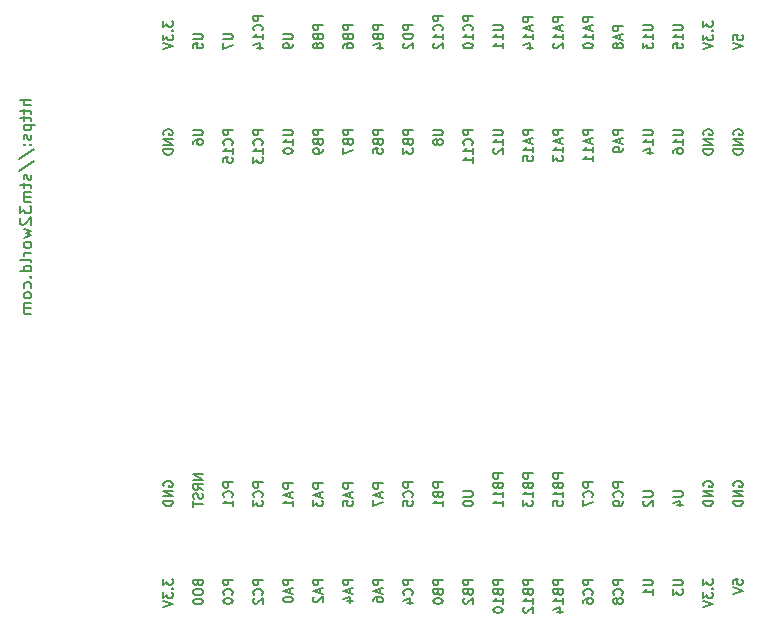
<source format=gbr>
G04 #@! TF.GenerationSoftware,KiCad,Pcbnew,6.0.4+dfsg-1+b1*
G04 #@! TF.CreationDate,2022-05-04T11:51:56+08:00*
G04 #@! TF.ProjectId,test,74657374-2e6b-4696-9361-645f70636258,rev?*
G04 #@! TF.SameCoordinates,Original*
G04 #@! TF.FileFunction,Legend,Bot*
G04 #@! TF.FilePolarity,Positive*
%FSLAX46Y46*%
G04 Gerber Fmt 4.6, Leading zero omitted, Abs format (unit mm)*
G04 Created by KiCad (PCBNEW 6.0.4+dfsg-1+b1) date 2022-05-04 11:51:56*
%MOMM*%
%LPD*%
G01*
G04 APERTURE LIST*
%ADD10C,0.150000*%
G04 APERTURE END LIST*
D10*
G04 #@! TO.C,J1*
X113861904Y-65167976D02*
X114509523Y-65167976D01*
X114585714Y-65206071D01*
X114623809Y-65244166D01*
X114661904Y-65320357D01*
X114661904Y-65472738D01*
X114623809Y-65548928D01*
X114585714Y-65587023D01*
X114509523Y-65625119D01*
X113861904Y-65625119D01*
X113861904Y-65929880D02*
X113861904Y-66463214D01*
X114661904Y-66120357D01*
X122281904Y-73312976D02*
X121481904Y-73312976D01*
X121481904Y-73617738D01*
X121520000Y-73693928D01*
X121558095Y-73732023D01*
X121634285Y-73770119D01*
X121748571Y-73770119D01*
X121824761Y-73732023D01*
X121862857Y-73693928D01*
X121900952Y-73617738D01*
X121900952Y-73312976D01*
X121862857Y-74379642D02*
X121900952Y-74493928D01*
X121939047Y-74532023D01*
X122015238Y-74570119D01*
X122129523Y-74570119D01*
X122205714Y-74532023D01*
X122243809Y-74493928D01*
X122281904Y-74417738D01*
X122281904Y-74112976D01*
X121481904Y-74112976D01*
X121481904Y-74379642D01*
X121520000Y-74455833D01*
X121558095Y-74493928D01*
X121634285Y-74532023D01*
X121710476Y-74532023D01*
X121786666Y-74493928D01*
X121824761Y-74455833D01*
X121862857Y-74379642D01*
X121862857Y-74112976D01*
X122281904Y-74951071D02*
X122281904Y-75103452D01*
X122243809Y-75179642D01*
X122205714Y-75217738D01*
X122091428Y-75293928D01*
X121939047Y-75332023D01*
X121634285Y-75332023D01*
X121558095Y-75293928D01*
X121520000Y-75255833D01*
X121481904Y-75179642D01*
X121481904Y-75027261D01*
X121520000Y-74951071D01*
X121558095Y-74912976D01*
X121634285Y-74874880D01*
X121824761Y-74874880D01*
X121900952Y-74912976D01*
X121939047Y-74951071D01*
X121977142Y-75027261D01*
X121977142Y-75179642D01*
X121939047Y-75255833D01*
X121900952Y-75293928D01*
X121824761Y-75332023D01*
X147681904Y-103141071D02*
X146881904Y-103141071D01*
X146881904Y-103445833D01*
X146920000Y-103522023D01*
X146958095Y-103560119D01*
X147034285Y-103598214D01*
X147148571Y-103598214D01*
X147224761Y-103560119D01*
X147262857Y-103522023D01*
X147300952Y-103445833D01*
X147300952Y-103141071D01*
X147605714Y-104398214D02*
X147643809Y-104360119D01*
X147681904Y-104245833D01*
X147681904Y-104169642D01*
X147643809Y-104055357D01*
X147567619Y-103979166D01*
X147491428Y-103941071D01*
X147339047Y-103902976D01*
X147224761Y-103902976D01*
X147072380Y-103941071D01*
X146996190Y-103979166D01*
X146920000Y-104055357D01*
X146881904Y-104169642D01*
X146881904Y-104245833D01*
X146920000Y-104360119D01*
X146958095Y-104398214D01*
X147681904Y-104779166D02*
X147681904Y-104931547D01*
X147643809Y-105007738D01*
X147605714Y-105045833D01*
X147491428Y-105122023D01*
X147339047Y-105160119D01*
X147034285Y-105160119D01*
X146958095Y-105122023D01*
X146920000Y-105083928D01*
X146881904Y-105007738D01*
X146881904Y-104855357D01*
X146920000Y-104779166D01*
X146958095Y-104741071D01*
X147034285Y-104702976D01*
X147224761Y-104702976D01*
X147300952Y-104741071D01*
X147339047Y-104779166D01*
X147377142Y-104855357D01*
X147377142Y-105007738D01*
X147339047Y-105083928D01*
X147300952Y-105122023D01*
X147224761Y-105160119D01*
X124821904Y-103255357D02*
X124021904Y-103255357D01*
X124021904Y-103560119D01*
X124060000Y-103636309D01*
X124098095Y-103674404D01*
X124174285Y-103712500D01*
X124288571Y-103712500D01*
X124364761Y-103674404D01*
X124402857Y-103636309D01*
X124440952Y-103560119D01*
X124440952Y-103255357D01*
X124593333Y-104017261D02*
X124593333Y-104398214D01*
X124821904Y-103941071D02*
X124021904Y-104207738D01*
X124821904Y-104474404D01*
X124021904Y-105122023D02*
X124021904Y-104741071D01*
X124402857Y-104702976D01*
X124364761Y-104741071D01*
X124326666Y-104817261D01*
X124326666Y-105007738D01*
X124364761Y-105083928D01*
X124402857Y-105122023D01*
X124479047Y-105160119D01*
X124669523Y-105160119D01*
X124745714Y-105122023D01*
X124783809Y-105083928D01*
X124821904Y-105007738D01*
X124821904Y-104817261D01*
X124783809Y-104741071D01*
X124745714Y-104702976D01*
X142601904Y-111412976D02*
X141801904Y-111412976D01*
X141801904Y-111717738D01*
X141840000Y-111793928D01*
X141878095Y-111832023D01*
X141954285Y-111870119D01*
X142068571Y-111870119D01*
X142144761Y-111832023D01*
X142182857Y-111793928D01*
X142220952Y-111717738D01*
X142220952Y-111412976D01*
X142182857Y-112479642D02*
X142220952Y-112593928D01*
X142259047Y-112632023D01*
X142335238Y-112670119D01*
X142449523Y-112670119D01*
X142525714Y-112632023D01*
X142563809Y-112593928D01*
X142601904Y-112517738D01*
X142601904Y-112212976D01*
X141801904Y-112212976D01*
X141801904Y-112479642D01*
X141840000Y-112555833D01*
X141878095Y-112593928D01*
X141954285Y-112632023D01*
X142030476Y-112632023D01*
X142106666Y-112593928D01*
X142144761Y-112555833D01*
X142182857Y-112479642D01*
X142182857Y-112212976D01*
X142601904Y-113432023D02*
X142601904Y-112974880D01*
X142601904Y-113203452D02*
X141801904Y-113203452D01*
X141916190Y-113127261D01*
X141992380Y-113051071D01*
X142030476Y-112974880D01*
X142068571Y-114117738D02*
X142601904Y-114117738D01*
X141763809Y-113927261D02*
X142335238Y-113736785D01*
X142335238Y-114232023D01*
X136721904Y-73312976D02*
X137369523Y-73312976D01*
X137445714Y-73351071D01*
X137483809Y-73389166D01*
X137521904Y-73465357D01*
X137521904Y-73617738D01*
X137483809Y-73693928D01*
X137445714Y-73732023D01*
X137369523Y-73770119D01*
X136721904Y-73770119D01*
X137521904Y-74570119D02*
X137521904Y-74112976D01*
X137521904Y-74341547D02*
X136721904Y-74341547D01*
X136836190Y-74265357D01*
X136912380Y-74189166D01*
X136950476Y-74112976D01*
X136798095Y-74874880D02*
X136760000Y-74912976D01*
X136721904Y-74989166D01*
X136721904Y-75179642D01*
X136760000Y-75255833D01*
X136798095Y-75293928D01*
X136874285Y-75332023D01*
X136950476Y-75332023D01*
X137064761Y-75293928D01*
X137521904Y-74836785D01*
X137521904Y-75332023D01*
X140061904Y-111412976D02*
X139261904Y-111412976D01*
X139261904Y-111717738D01*
X139300000Y-111793928D01*
X139338095Y-111832023D01*
X139414285Y-111870119D01*
X139528571Y-111870119D01*
X139604761Y-111832023D01*
X139642857Y-111793928D01*
X139680952Y-111717738D01*
X139680952Y-111412976D01*
X139642857Y-112479642D02*
X139680952Y-112593928D01*
X139719047Y-112632023D01*
X139795238Y-112670119D01*
X139909523Y-112670119D01*
X139985714Y-112632023D01*
X140023809Y-112593928D01*
X140061904Y-112517738D01*
X140061904Y-112212976D01*
X139261904Y-112212976D01*
X139261904Y-112479642D01*
X139300000Y-112555833D01*
X139338095Y-112593928D01*
X139414285Y-112632023D01*
X139490476Y-112632023D01*
X139566666Y-112593928D01*
X139604761Y-112555833D01*
X139642857Y-112479642D01*
X139642857Y-112212976D01*
X140061904Y-113432023D02*
X140061904Y-112974880D01*
X140061904Y-113203452D02*
X139261904Y-113203452D01*
X139376190Y-113127261D01*
X139452380Y-113051071D01*
X139490476Y-112974880D01*
X139338095Y-113736785D02*
X139300000Y-113774880D01*
X139261904Y-113851071D01*
X139261904Y-114041547D01*
X139300000Y-114117738D01*
X139338095Y-114155833D01*
X139414285Y-114193928D01*
X139490476Y-114193928D01*
X139604761Y-114155833D01*
X140061904Y-113698690D01*
X140061904Y-114193928D01*
X124821904Y-111412976D02*
X124021904Y-111412976D01*
X124021904Y-111717738D01*
X124060000Y-111793928D01*
X124098095Y-111832023D01*
X124174285Y-111870119D01*
X124288571Y-111870119D01*
X124364761Y-111832023D01*
X124402857Y-111793928D01*
X124440952Y-111717738D01*
X124440952Y-111412976D01*
X124593333Y-112174880D02*
X124593333Y-112555833D01*
X124821904Y-112098690D02*
X124021904Y-112365357D01*
X124821904Y-112632023D01*
X124288571Y-113241547D02*
X124821904Y-113241547D01*
X123983809Y-113051071D02*
X124555238Y-112860595D01*
X124555238Y-113355833D01*
X145141904Y-63758452D02*
X144341904Y-63758452D01*
X144341904Y-64063214D01*
X144380000Y-64139404D01*
X144418095Y-64177500D01*
X144494285Y-64215595D01*
X144608571Y-64215595D01*
X144684761Y-64177500D01*
X144722857Y-64139404D01*
X144760952Y-64063214D01*
X144760952Y-63758452D01*
X144913333Y-64520357D02*
X144913333Y-64901309D01*
X145141904Y-64444166D02*
X144341904Y-64710833D01*
X145141904Y-64977500D01*
X145141904Y-65663214D02*
X145141904Y-65206071D01*
X145141904Y-65434642D02*
X144341904Y-65434642D01*
X144456190Y-65358452D01*
X144532380Y-65282261D01*
X144570476Y-65206071D01*
X144341904Y-66158452D02*
X144341904Y-66234642D01*
X144380000Y-66310833D01*
X144418095Y-66348928D01*
X144494285Y-66387023D01*
X144646666Y-66425119D01*
X144837142Y-66425119D01*
X144989523Y-66387023D01*
X145065714Y-66348928D01*
X145103809Y-66310833D01*
X145141904Y-66234642D01*
X145141904Y-66158452D01*
X145103809Y-66082261D01*
X145065714Y-66044166D01*
X144989523Y-66006071D01*
X144837142Y-65967976D01*
X144646666Y-65967976D01*
X144494285Y-66006071D01*
X144418095Y-66044166D01*
X144380000Y-66082261D01*
X144341904Y-66158452D01*
X137521904Y-102379166D02*
X136721904Y-102379166D01*
X136721904Y-102683928D01*
X136760000Y-102760119D01*
X136798095Y-102798214D01*
X136874285Y-102836309D01*
X136988571Y-102836309D01*
X137064761Y-102798214D01*
X137102857Y-102760119D01*
X137140952Y-102683928D01*
X137140952Y-102379166D01*
X137102857Y-103445833D02*
X137140952Y-103560119D01*
X137179047Y-103598214D01*
X137255238Y-103636309D01*
X137369523Y-103636309D01*
X137445714Y-103598214D01*
X137483809Y-103560119D01*
X137521904Y-103483928D01*
X137521904Y-103179166D01*
X136721904Y-103179166D01*
X136721904Y-103445833D01*
X136760000Y-103522023D01*
X136798095Y-103560119D01*
X136874285Y-103598214D01*
X136950476Y-103598214D01*
X137026666Y-103560119D01*
X137064761Y-103522023D01*
X137102857Y-103445833D01*
X137102857Y-103179166D01*
X137521904Y-104398214D02*
X137521904Y-103941071D01*
X137521904Y-104169642D02*
X136721904Y-104169642D01*
X136836190Y-104093452D01*
X136912380Y-104017261D01*
X136950476Y-103941071D01*
X137521904Y-105160119D02*
X137521904Y-104702976D01*
X137521904Y-104931547D02*
X136721904Y-104931547D01*
X136836190Y-104855357D01*
X136912380Y-104779166D01*
X136950476Y-104702976D01*
X112121904Y-102493452D02*
X111321904Y-102493452D01*
X112121904Y-102950595D01*
X111321904Y-102950595D01*
X112121904Y-103788690D02*
X111740952Y-103522023D01*
X112121904Y-103331547D02*
X111321904Y-103331547D01*
X111321904Y-103636309D01*
X111360000Y-103712500D01*
X111398095Y-103750595D01*
X111474285Y-103788690D01*
X111588571Y-103788690D01*
X111664761Y-103750595D01*
X111702857Y-103712500D01*
X111740952Y-103636309D01*
X111740952Y-103331547D01*
X112083809Y-104093452D02*
X112121904Y-104207738D01*
X112121904Y-104398214D01*
X112083809Y-104474404D01*
X112045714Y-104512500D01*
X111969523Y-104550595D01*
X111893333Y-104550595D01*
X111817142Y-104512500D01*
X111779047Y-104474404D01*
X111740952Y-104398214D01*
X111702857Y-104245833D01*
X111664761Y-104169642D01*
X111626666Y-104131547D01*
X111550476Y-104093452D01*
X111474285Y-104093452D01*
X111398095Y-104131547D01*
X111360000Y-104169642D01*
X111321904Y-104245833D01*
X111321904Y-104436309D01*
X111360000Y-104550595D01*
X111321904Y-104779166D02*
X111321904Y-105236309D01*
X112121904Y-105007738D02*
X111321904Y-105007738D01*
X142601904Y-102379166D02*
X141801904Y-102379166D01*
X141801904Y-102683928D01*
X141840000Y-102760119D01*
X141878095Y-102798214D01*
X141954285Y-102836309D01*
X142068571Y-102836309D01*
X142144761Y-102798214D01*
X142182857Y-102760119D01*
X142220952Y-102683928D01*
X142220952Y-102379166D01*
X142182857Y-103445833D02*
X142220952Y-103560119D01*
X142259047Y-103598214D01*
X142335238Y-103636309D01*
X142449523Y-103636309D01*
X142525714Y-103598214D01*
X142563809Y-103560119D01*
X142601904Y-103483928D01*
X142601904Y-103179166D01*
X141801904Y-103179166D01*
X141801904Y-103445833D01*
X141840000Y-103522023D01*
X141878095Y-103560119D01*
X141954285Y-103598214D01*
X142030476Y-103598214D01*
X142106666Y-103560119D01*
X142144761Y-103522023D01*
X142182857Y-103445833D01*
X142182857Y-103179166D01*
X142601904Y-104398214D02*
X142601904Y-103941071D01*
X142601904Y-104169642D02*
X141801904Y-104169642D01*
X141916190Y-104093452D01*
X141992380Y-104017261D01*
X142030476Y-103941071D01*
X141801904Y-105122023D02*
X141801904Y-104741071D01*
X142182857Y-104702976D01*
X142144761Y-104741071D01*
X142106666Y-104817261D01*
X142106666Y-105007738D01*
X142144761Y-105083928D01*
X142182857Y-105122023D01*
X142259047Y-105160119D01*
X142449523Y-105160119D01*
X142525714Y-105122023D01*
X142563809Y-105083928D01*
X142601904Y-105007738D01*
X142601904Y-104817261D01*
X142563809Y-104741071D01*
X142525714Y-104702976D01*
X134981904Y-111412976D02*
X134181904Y-111412976D01*
X134181904Y-111717738D01*
X134220000Y-111793928D01*
X134258095Y-111832023D01*
X134334285Y-111870119D01*
X134448571Y-111870119D01*
X134524761Y-111832023D01*
X134562857Y-111793928D01*
X134600952Y-111717738D01*
X134600952Y-111412976D01*
X134562857Y-112479642D02*
X134600952Y-112593928D01*
X134639047Y-112632023D01*
X134715238Y-112670119D01*
X134829523Y-112670119D01*
X134905714Y-112632023D01*
X134943809Y-112593928D01*
X134981904Y-112517738D01*
X134981904Y-112212976D01*
X134181904Y-112212976D01*
X134181904Y-112479642D01*
X134220000Y-112555833D01*
X134258095Y-112593928D01*
X134334285Y-112632023D01*
X134410476Y-112632023D01*
X134486666Y-112593928D01*
X134524761Y-112555833D01*
X134562857Y-112479642D01*
X134562857Y-112212976D01*
X134258095Y-112974880D02*
X134220000Y-113012976D01*
X134181904Y-113089166D01*
X134181904Y-113279642D01*
X134220000Y-113355833D01*
X134258095Y-113393928D01*
X134334285Y-113432023D01*
X134410476Y-113432023D01*
X134524761Y-113393928D01*
X134981904Y-112936785D01*
X134981904Y-113432023D01*
X117201904Y-63644166D02*
X116401904Y-63644166D01*
X116401904Y-63948928D01*
X116440000Y-64025119D01*
X116478095Y-64063214D01*
X116554285Y-64101309D01*
X116668571Y-64101309D01*
X116744761Y-64063214D01*
X116782857Y-64025119D01*
X116820952Y-63948928D01*
X116820952Y-63644166D01*
X117125714Y-64901309D02*
X117163809Y-64863214D01*
X117201904Y-64748928D01*
X117201904Y-64672738D01*
X117163809Y-64558452D01*
X117087619Y-64482261D01*
X117011428Y-64444166D01*
X116859047Y-64406071D01*
X116744761Y-64406071D01*
X116592380Y-64444166D01*
X116516190Y-64482261D01*
X116440000Y-64558452D01*
X116401904Y-64672738D01*
X116401904Y-64748928D01*
X116440000Y-64863214D01*
X116478095Y-64901309D01*
X117201904Y-65663214D02*
X117201904Y-65206071D01*
X117201904Y-65434642D02*
X116401904Y-65434642D01*
X116516190Y-65358452D01*
X116592380Y-65282261D01*
X116630476Y-65206071D01*
X116668571Y-66348928D02*
X117201904Y-66348928D01*
X116363809Y-66158452D02*
X116935238Y-65967976D01*
X116935238Y-66463214D01*
X134981904Y-63644166D02*
X134181904Y-63644166D01*
X134181904Y-63948928D01*
X134220000Y-64025119D01*
X134258095Y-64063214D01*
X134334285Y-64101309D01*
X134448571Y-64101309D01*
X134524761Y-64063214D01*
X134562857Y-64025119D01*
X134600952Y-63948928D01*
X134600952Y-63644166D01*
X134905714Y-64901309D02*
X134943809Y-64863214D01*
X134981904Y-64748928D01*
X134981904Y-64672738D01*
X134943809Y-64558452D01*
X134867619Y-64482261D01*
X134791428Y-64444166D01*
X134639047Y-64406071D01*
X134524761Y-64406071D01*
X134372380Y-64444166D01*
X134296190Y-64482261D01*
X134220000Y-64558452D01*
X134181904Y-64672738D01*
X134181904Y-64748928D01*
X134220000Y-64863214D01*
X134258095Y-64901309D01*
X134981904Y-65663214D02*
X134981904Y-65206071D01*
X134981904Y-65434642D02*
X134181904Y-65434642D01*
X134296190Y-65358452D01*
X134372380Y-65282261D01*
X134410476Y-65206071D01*
X134181904Y-66158452D02*
X134181904Y-66234642D01*
X134220000Y-66310833D01*
X134258095Y-66348928D01*
X134334285Y-66387023D01*
X134486666Y-66425119D01*
X134677142Y-66425119D01*
X134829523Y-66387023D01*
X134905714Y-66348928D01*
X134943809Y-66310833D01*
X134981904Y-66234642D01*
X134981904Y-66158452D01*
X134943809Y-66082261D01*
X134905714Y-66044166D01*
X134829523Y-66006071D01*
X134677142Y-65967976D01*
X134486666Y-65967976D01*
X134334285Y-66006071D01*
X134258095Y-66044166D01*
X134220000Y-66082261D01*
X134181904Y-66158452D01*
X151961904Y-111412976D02*
X152609523Y-111412976D01*
X152685714Y-111451071D01*
X152723809Y-111489166D01*
X152761904Y-111565357D01*
X152761904Y-111717738D01*
X152723809Y-111793928D01*
X152685714Y-111832023D01*
X152609523Y-111870119D01*
X151961904Y-111870119D01*
X151961904Y-112174880D02*
X151961904Y-112670119D01*
X152266666Y-112403452D01*
X152266666Y-112517738D01*
X152304761Y-112593928D01*
X152342857Y-112632023D01*
X152419047Y-112670119D01*
X152609523Y-112670119D01*
X152685714Y-112632023D01*
X152723809Y-112593928D01*
X152761904Y-112517738D01*
X152761904Y-112289166D01*
X152723809Y-112212976D01*
X152685714Y-112174880D01*
X149421904Y-103902976D02*
X150069523Y-103902976D01*
X150145714Y-103941071D01*
X150183809Y-103979166D01*
X150221904Y-104055357D01*
X150221904Y-104207738D01*
X150183809Y-104283928D01*
X150145714Y-104322023D01*
X150069523Y-104360119D01*
X149421904Y-104360119D01*
X149498095Y-104702976D02*
X149460000Y-104741071D01*
X149421904Y-104817261D01*
X149421904Y-105007738D01*
X149460000Y-105083928D01*
X149498095Y-105122023D01*
X149574285Y-105160119D01*
X149650476Y-105160119D01*
X149764761Y-105122023D01*
X150221904Y-104664880D01*
X150221904Y-105160119D01*
X129901904Y-111412976D02*
X129101904Y-111412976D01*
X129101904Y-111717738D01*
X129140000Y-111793928D01*
X129178095Y-111832023D01*
X129254285Y-111870119D01*
X129368571Y-111870119D01*
X129444761Y-111832023D01*
X129482857Y-111793928D01*
X129520952Y-111717738D01*
X129520952Y-111412976D01*
X129825714Y-112670119D02*
X129863809Y-112632023D01*
X129901904Y-112517738D01*
X129901904Y-112441547D01*
X129863809Y-112327261D01*
X129787619Y-112251071D01*
X129711428Y-112212976D01*
X129559047Y-112174880D01*
X129444761Y-112174880D01*
X129292380Y-112212976D01*
X129216190Y-112251071D01*
X129140000Y-112327261D01*
X129101904Y-112441547D01*
X129101904Y-112517738D01*
X129140000Y-112632023D01*
X129178095Y-112670119D01*
X129368571Y-113355833D02*
X129901904Y-113355833D01*
X129063809Y-113165357D02*
X129635238Y-112974880D01*
X129635238Y-113470119D01*
X151961904Y-103902976D02*
X152609523Y-103902976D01*
X152685714Y-103941071D01*
X152723809Y-103979166D01*
X152761904Y-104055357D01*
X152761904Y-104207738D01*
X152723809Y-104283928D01*
X152685714Y-104322023D01*
X152609523Y-104360119D01*
X151961904Y-104360119D01*
X152228571Y-105083928D02*
X152761904Y-105083928D01*
X151923809Y-104893452D02*
X152495238Y-104702976D01*
X152495238Y-105198214D01*
X140061904Y-73312976D02*
X139261904Y-73312976D01*
X139261904Y-73617738D01*
X139300000Y-73693928D01*
X139338095Y-73732023D01*
X139414285Y-73770119D01*
X139528571Y-73770119D01*
X139604761Y-73732023D01*
X139642857Y-73693928D01*
X139680952Y-73617738D01*
X139680952Y-73312976D01*
X139833333Y-74074880D02*
X139833333Y-74455833D01*
X140061904Y-73998690D02*
X139261904Y-74265357D01*
X140061904Y-74532023D01*
X140061904Y-75217738D02*
X140061904Y-74760595D01*
X140061904Y-74989166D02*
X139261904Y-74989166D01*
X139376190Y-74912976D01*
X139452380Y-74836785D01*
X139490476Y-74760595D01*
X139261904Y-75941547D02*
X139261904Y-75560595D01*
X139642857Y-75522500D01*
X139604761Y-75560595D01*
X139566666Y-75636785D01*
X139566666Y-75827261D01*
X139604761Y-75903452D01*
X139642857Y-75941547D01*
X139719047Y-75979642D01*
X139909523Y-75979642D01*
X139985714Y-75941547D01*
X140023809Y-75903452D01*
X140061904Y-75827261D01*
X140061904Y-75636785D01*
X140023809Y-75560595D01*
X139985714Y-75522500D01*
X145141904Y-111412976D02*
X144341904Y-111412976D01*
X144341904Y-111717738D01*
X144380000Y-111793928D01*
X144418095Y-111832023D01*
X144494285Y-111870119D01*
X144608571Y-111870119D01*
X144684761Y-111832023D01*
X144722857Y-111793928D01*
X144760952Y-111717738D01*
X144760952Y-111412976D01*
X145065714Y-112670119D02*
X145103809Y-112632023D01*
X145141904Y-112517738D01*
X145141904Y-112441547D01*
X145103809Y-112327261D01*
X145027619Y-112251071D01*
X144951428Y-112212976D01*
X144799047Y-112174880D01*
X144684761Y-112174880D01*
X144532380Y-112212976D01*
X144456190Y-112251071D01*
X144380000Y-112327261D01*
X144341904Y-112441547D01*
X144341904Y-112517738D01*
X144380000Y-112632023D01*
X144418095Y-112670119D01*
X144341904Y-113355833D02*
X144341904Y-113203452D01*
X144380000Y-113127261D01*
X144418095Y-113089166D01*
X144532380Y-113012976D01*
X144684761Y-112974880D01*
X144989523Y-112974880D01*
X145065714Y-113012976D01*
X145103809Y-113051071D01*
X145141904Y-113127261D01*
X145141904Y-113279642D01*
X145103809Y-113355833D01*
X145065714Y-113393928D01*
X144989523Y-113432023D01*
X144799047Y-113432023D01*
X144722857Y-113393928D01*
X144684761Y-113355833D01*
X144646666Y-113279642D01*
X144646666Y-113127261D01*
X144684761Y-113051071D01*
X144722857Y-113012976D01*
X144799047Y-112974880D01*
X145141904Y-103141071D02*
X144341904Y-103141071D01*
X144341904Y-103445833D01*
X144380000Y-103522023D01*
X144418095Y-103560119D01*
X144494285Y-103598214D01*
X144608571Y-103598214D01*
X144684761Y-103560119D01*
X144722857Y-103522023D01*
X144760952Y-103445833D01*
X144760952Y-103141071D01*
X145065714Y-104398214D02*
X145103809Y-104360119D01*
X145141904Y-104245833D01*
X145141904Y-104169642D01*
X145103809Y-104055357D01*
X145027619Y-103979166D01*
X144951428Y-103941071D01*
X144799047Y-103902976D01*
X144684761Y-103902976D01*
X144532380Y-103941071D01*
X144456190Y-103979166D01*
X144380000Y-104055357D01*
X144341904Y-104169642D01*
X144341904Y-104245833D01*
X144380000Y-104360119D01*
X144418095Y-104398214D01*
X144341904Y-104664880D02*
X144341904Y-105198214D01*
X145141904Y-104855357D01*
X142601904Y-63758452D02*
X141801904Y-63758452D01*
X141801904Y-64063214D01*
X141840000Y-64139404D01*
X141878095Y-64177500D01*
X141954285Y-64215595D01*
X142068571Y-64215595D01*
X142144761Y-64177500D01*
X142182857Y-64139404D01*
X142220952Y-64063214D01*
X142220952Y-63758452D01*
X142373333Y-64520357D02*
X142373333Y-64901309D01*
X142601904Y-64444166D02*
X141801904Y-64710833D01*
X142601904Y-64977500D01*
X142601904Y-65663214D02*
X142601904Y-65206071D01*
X142601904Y-65434642D02*
X141801904Y-65434642D01*
X141916190Y-65358452D01*
X141992380Y-65282261D01*
X142030476Y-65206071D01*
X141878095Y-65967976D02*
X141840000Y-66006071D01*
X141801904Y-66082261D01*
X141801904Y-66272738D01*
X141840000Y-66348928D01*
X141878095Y-66387023D01*
X141954285Y-66425119D01*
X142030476Y-66425119D01*
X142144761Y-66387023D01*
X142601904Y-65929880D01*
X142601904Y-66425119D01*
X157041904Y-111793928D02*
X157041904Y-111412976D01*
X157422857Y-111374880D01*
X157384761Y-111412976D01*
X157346666Y-111489166D01*
X157346666Y-111679642D01*
X157384761Y-111755833D01*
X157422857Y-111793928D01*
X157499047Y-111832023D01*
X157689523Y-111832023D01*
X157765714Y-111793928D01*
X157803809Y-111755833D01*
X157841904Y-111679642D01*
X157841904Y-111489166D01*
X157803809Y-111412976D01*
X157765714Y-111374880D01*
X157041904Y-112060595D02*
X157841904Y-112327261D01*
X157041904Y-112593928D01*
X119741904Y-103255357D02*
X118941904Y-103255357D01*
X118941904Y-103560119D01*
X118980000Y-103636309D01*
X119018095Y-103674404D01*
X119094285Y-103712500D01*
X119208571Y-103712500D01*
X119284761Y-103674404D01*
X119322857Y-103636309D01*
X119360952Y-103560119D01*
X119360952Y-103255357D01*
X119513333Y-104017261D02*
X119513333Y-104398214D01*
X119741904Y-103941071D02*
X118941904Y-104207738D01*
X119741904Y-104474404D01*
X119741904Y-105160119D02*
X119741904Y-104702976D01*
X119741904Y-104931547D02*
X118941904Y-104931547D01*
X119056190Y-104855357D01*
X119132380Y-104779166D01*
X119170476Y-104702976D01*
X149421904Y-73312976D02*
X150069523Y-73312976D01*
X150145714Y-73351071D01*
X150183809Y-73389166D01*
X150221904Y-73465357D01*
X150221904Y-73617738D01*
X150183809Y-73693928D01*
X150145714Y-73732023D01*
X150069523Y-73770119D01*
X149421904Y-73770119D01*
X150221904Y-74570119D02*
X150221904Y-74112976D01*
X150221904Y-74341547D02*
X149421904Y-74341547D01*
X149536190Y-74265357D01*
X149612380Y-74189166D01*
X149650476Y-74112976D01*
X149688571Y-75255833D02*
X150221904Y-75255833D01*
X149383809Y-75065357D02*
X149955238Y-74874880D01*
X149955238Y-75370119D01*
X111321904Y-73312976D02*
X111969523Y-73312976D01*
X112045714Y-73351071D01*
X112083809Y-73389166D01*
X112121904Y-73465357D01*
X112121904Y-73617738D01*
X112083809Y-73693928D01*
X112045714Y-73732023D01*
X111969523Y-73770119D01*
X111321904Y-73770119D01*
X111321904Y-74493928D02*
X111321904Y-74341547D01*
X111360000Y-74265357D01*
X111398095Y-74227261D01*
X111512380Y-74151071D01*
X111664761Y-74112976D01*
X111969523Y-74112976D01*
X112045714Y-74151071D01*
X112083809Y-74189166D01*
X112121904Y-74265357D01*
X112121904Y-74417738D01*
X112083809Y-74493928D01*
X112045714Y-74532023D01*
X111969523Y-74570119D01*
X111779047Y-74570119D01*
X111702857Y-74532023D01*
X111664761Y-74493928D01*
X111626666Y-74417738D01*
X111626666Y-74265357D01*
X111664761Y-74189166D01*
X111702857Y-74151071D01*
X111779047Y-74112976D01*
X97607380Y-70820595D02*
X96607380Y-70820595D01*
X97607380Y-71249166D02*
X97083571Y-71249166D01*
X96988333Y-71201547D01*
X96940714Y-71106309D01*
X96940714Y-70963452D01*
X96988333Y-70868214D01*
X97035952Y-70820595D01*
X96940714Y-71582500D02*
X96940714Y-71963452D01*
X96607380Y-71725357D02*
X97464523Y-71725357D01*
X97559761Y-71772976D01*
X97607380Y-71868214D01*
X97607380Y-71963452D01*
X96940714Y-72153928D02*
X96940714Y-72534880D01*
X96607380Y-72296785D02*
X97464523Y-72296785D01*
X97559761Y-72344404D01*
X97607380Y-72439642D01*
X97607380Y-72534880D01*
X96940714Y-72868214D02*
X97940714Y-72868214D01*
X96988333Y-72868214D02*
X96940714Y-72963452D01*
X96940714Y-73153928D01*
X96988333Y-73249166D01*
X97035952Y-73296785D01*
X97131190Y-73344404D01*
X97416904Y-73344404D01*
X97512142Y-73296785D01*
X97559761Y-73249166D01*
X97607380Y-73153928D01*
X97607380Y-72963452D01*
X97559761Y-72868214D01*
X97559761Y-73725357D02*
X97607380Y-73820595D01*
X97607380Y-74011071D01*
X97559761Y-74106309D01*
X97464523Y-74153928D01*
X97416904Y-74153928D01*
X97321666Y-74106309D01*
X97274047Y-74011071D01*
X97274047Y-73868214D01*
X97226428Y-73772976D01*
X97131190Y-73725357D01*
X97083571Y-73725357D01*
X96988333Y-73772976D01*
X96940714Y-73868214D01*
X96940714Y-74011071D01*
X96988333Y-74106309D01*
X97512142Y-74582500D02*
X97559761Y-74630119D01*
X97607380Y-74582500D01*
X97559761Y-74534880D01*
X97512142Y-74582500D01*
X97607380Y-74582500D01*
X96988333Y-74582500D02*
X97035952Y-74630119D01*
X97083571Y-74582500D01*
X97035952Y-74534880D01*
X96988333Y-74582500D01*
X97083571Y-74582500D01*
X96559761Y-75772976D02*
X97845476Y-74915833D01*
X96559761Y-76820595D02*
X97845476Y-75963452D01*
X97559761Y-77106309D02*
X97607380Y-77201547D01*
X97607380Y-77392023D01*
X97559761Y-77487261D01*
X97464523Y-77534880D01*
X97416904Y-77534880D01*
X97321666Y-77487261D01*
X97274047Y-77392023D01*
X97274047Y-77249166D01*
X97226428Y-77153928D01*
X97131190Y-77106309D01*
X97083571Y-77106309D01*
X96988333Y-77153928D01*
X96940714Y-77249166D01*
X96940714Y-77392023D01*
X96988333Y-77487261D01*
X96940714Y-77820595D02*
X96940714Y-78201547D01*
X96607380Y-77963452D02*
X97464523Y-77963452D01*
X97559761Y-78011071D01*
X97607380Y-78106309D01*
X97607380Y-78201547D01*
X97607380Y-78534880D02*
X96940714Y-78534880D01*
X97035952Y-78534880D02*
X96988333Y-78582500D01*
X96940714Y-78677738D01*
X96940714Y-78820595D01*
X96988333Y-78915833D01*
X97083571Y-78963452D01*
X97607380Y-78963452D01*
X97083571Y-78963452D02*
X96988333Y-79011071D01*
X96940714Y-79106309D01*
X96940714Y-79249166D01*
X96988333Y-79344404D01*
X97083571Y-79392023D01*
X97607380Y-79392023D01*
X96607380Y-79772976D02*
X96607380Y-80392023D01*
X96988333Y-80058690D01*
X96988333Y-80201547D01*
X97035952Y-80296785D01*
X97083571Y-80344404D01*
X97178809Y-80392023D01*
X97416904Y-80392023D01*
X97512142Y-80344404D01*
X97559761Y-80296785D01*
X97607380Y-80201547D01*
X97607380Y-79915833D01*
X97559761Y-79820595D01*
X97512142Y-79772976D01*
X96702619Y-80772976D02*
X96655000Y-80820595D01*
X96607380Y-80915833D01*
X96607380Y-81153928D01*
X96655000Y-81249166D01*
X96702619Y-81296785D01*
X96797857Y-81344404D01*
X96893095Y-81344404D01*
X97035952Y-81296785D01*
X97607380Y-80725357D01*
X97607380Y-81344404D01*
X96940714Y-81677738D02*
X97607380Y-81868214D01*
X97131190Y-82058690D01*
X97607380Y-82249166D01*
X96940714Y-82439642D01*
X97607380Y-82963452D02*
X97559761Y-82868214D01*
X97512142Y-82820595D01*
X97416904Y-82772976D01*
X97131190Y-82772976D01*
X97035952Y-82820595D01*
X96988333Y-82868214D01*
X96940714Y-82963452D01*
X96940714Y-83106309D01*
X96988333Y-83201547D01*
X97035952Y-83249166D01*
X97131190Y-83296785D01*
X97416904Y-83296785D01*
X97512142Y-83249166D01*
X97559761Y-83201547D01*
X97607380Y-83106309D01*
X97607380Y-82963452D01*
X97607380Y-83725357D02*
X96940714Y-83725357D01*
X97131190Y-83725357D02*
X97035952Y-83772976D01*
X96988333Y-83820595D01*
X96940714Y-83915833D01*
X96940714Y-84011071D01*
X97607380Y-84487261D02*
X97559761Y-84392023D01*
X97464523Y-84344404D01*
X96607380Y-84344404D01*
X97607380Y-85296785D02*
X96607380Y-85296785D01*
X97559761Y-85296785D02*
X97607380Y-85201547D01*
X97607380Y-85011071D01*
X97559761Y-84915833D01*
X97512142Y-84868214D01*
X97416904Y-84820595D01*
X97131190Y-84820595D01*
X97035952Y-84868214D01*
X96988333Y-84915833D01*
X96940714Y-85011071D01*
X96940714Y-85201547D01*
X96988333Y-85296785D01*
X97512142Y-85772976D02*
X97559761Y-85820595D01*
X97607380Y-85772976D01*
X97559761Y-85725357D01*
X97512142Y-85772976D01*
X97607380Y-85772976D01*
X97559761Y-86677738D02*
X97607380Y-86582500D01*
X97607380Y-86392023D01*
X97559761Y-86296785D01*
X97512142Y-86249166D01*
X97416904Y-86201547D01*
X97131190Y-86201547D01*
X97035952Y-86249166D01*
X96988333Y-86296785D01*
X96940714Y-86392023D01*
X96940714Y-86582500D01*
X96988333Y-86677738D01*
X97607380Y-87249166D02*
X97559761Y-87153928D01*
X97512142Y-87106309D01*
X97416904Y-87058690D01*
X97131190Y-87058690D01*
X97035952Y-87106309D01*
X96988333Y-87153928D01*
X96940714Y-87249166D01*
X96940714Y-87392023D01*
X96988333Y-87487261D01*
X97035952Y-87534880D01*
X97131190Y-87582500D01*
X97416904Y-87582500D01*
X97512142Y-87534880D01*
X97559761Y-87487261D01*
X97607380Y-87392023D01*
X97607380Y-87249166D01*
X97607380Y-88011071D02*
X96940714Y-88011071D01*
X97035952Y-88011071D02*
X96988333Y-88058690D01*
X96940714Y-88153928D01*
X96940714Y-88296785D01*
X96988333Y-88392023D01*
X97083571Y-88439642D01*
X97607380Y-88439642D01*
X97083571Y-88439642D02*
X96988333Y-88487261D01*
X96940714Y-88582500D01*
X96940714Y-88725357D01*
X96988333Y-88820595D01*
X97083571Y-88868214D01*
X97607380Y-88868214D01*
X140061904Y-102379166D02*
X139261904Y-102379166D01*
X139261904Y-102683928D01*
X139300000Y-102760119D01*
X139338095Y-102798214D01*
X139414285Y-102836309D01*
X139528571Y-102836309D01*
X139604761Y-102798214D01*
X139642857Y-102760119D01*
X139680952Y-102683928D01*
X139680952Y-102379166D01*
X139642857Y-103445833D02*
X139680952Y-103560119D01*
X139719047Y-103598214D01*
X139795238Y-103636309D01*
X139909523Y-103636309D01*
X139985714Y-103598214D01*
X140023809Y-103560119D01*
X140061904Y-103483928D01*
X140061904Y-103179166D01*
X139261904Y-103179166D01*
X139261904Y-103445833D01*
X139300000Y-103522023D01*
X139338095Y-103560119D01*
X139414285Y-103598214D01*
X139490476Y-103598214D01*
X139566666Y-103560119D01*
X139604761Y-103522023D01*
X139642857Y-103445833D01*
X139642857Y-103179166D01*
X140061904Y-104398214D02*
X140061904Y-103941071D01*
X140061904Y-104169642D02*
X139261904Y-104169642D01*
X139376190Y-104093452D01*
X139452380Y-104017261D01*
X139490476Y-103941071D01*
X139261904Y-104664880D02*
X139261904Y-105160119D01*
X139566666Y-104893452D01*
X139566666Y-105007738D01*
X139604761Y-105083928D01*
X139642857Y-105122023D01*
X139719047Y-105160119D01*
X139909523Y-105160119D01*
X139985714Y-105122023D01*
X140023809Y-105083928D01*
X140061904Y-105007738D01*
X140061904Y-104779166D01*
X140023809Y-104702976D01*
X139985714Y-104664880D01*
X134981904Y-73312976D02*
X134181904Y-73312976D01*
X134181904Y-73617738D01*
X134220000Y-73693928D01*
X134258095Y-73732023D01*
X134334285Y-73770119D01*
X134448571Y-73770119D01*
X134524761Y-73732023D01*
X134562857Y-73693928D01*
X134600952Y-73617738D01*
X134600952Y-73312976D01*
X134905714Y-74570119D02*
X134943809Y-74532023D01*
X134981904Y-74417738D01*
X134981904Y-74341547D01*
X134943809Y-74227261D01*
X134867619Y-74151071D01*
X134791428Y-74112976D01*
X134639047Y-74074880D01*
X134524761Y-74074880D01*
X134372380Y-74112976D01*
X134296190Y-74151071D01*
X134220000Y-74227261D01*
X134181904Y-74341547D01*
X134181904Y-74417738D01*
X134220000Y-74532023D01*
X134258095Y-74570119D01*
X134981904Y-75332023D02*
X134981904Y-74874880D01*
X134981904Y-75103452D02*
X134181904Y-75103452D01*
X134296190Y-75027261D01*
X134372380Y-74951071D01*
X134410476Y-74874880D01*
X134981904Y-76093928D02*
X134981904Y-75636785D01*
X134981904Y-75865357D02*
X134181904Y-75865357D01*
X134296190Y-75789166D01*
X134372380Y-75712976D01*
X134410476Y-75636785D01*
X154540000Y-103483928D02*
X154501904Y-103407738D01*
X154501904Y-103293452D01*
X154540000Y-103179166D01*
X154616190Y-103102976D01*
X154692380Y-103064880D01*
X154844761Y-103026785D01*
X154959047Y-103026785D01*
X155111428Y-103064880D01*
X155187619Y-103102976D01*
X155263809Y-103179166D01*
X155301904Y-103293452D01*
X155301904Y-103369642D01*
X155263809Y-103483928D01*
X155225714Y-103522023D01*
X154959047Y-103522023D01*
X154959047Y-103369642D01*
X155301904Y-103864880D02*
X154501904Y-103864880D01*
X155301904Y-104322023D01*
X154501904Y-104322023D01*
X155301904Y-104702976D02*
X154501904Y-104702976D01*
X154501904Y-104893452D01*
X154540000Y-105007738D01*
X154616190Y-105083928D01*
X154692380Y-105122023D01*
X154844761Y-105160119D01*
X154959047Y-105160119D01*
X155111428Y-105122023D01*
X155187619Y-105083928D01*
X155263809Y-105007738D01*
X155301904Y-104893452D01*
X155301904Y-104702976D01*
X108820000Y-73732023D02*
X108781904Y-73655833D01*
X108781904Y-73541547D01*
X108820000Y-73427261D01*
X108896190Y-73351071D01*
X108972380Y-73312976D01*
X109124761Y-73274880D01*
X109239047Y-73274880D01*
X109391428Y-73312976D01*
X109467619Y-73351071D01*
X109543809Y-73427261D01*
X109581904Y-73541547D01*
X109581904Y-73617738D01*
X109543809Y-73732023D01*
X109505714Y-73770119D01*
X109239047Y-73770119D01*
X109239047Y-73617738D01*
X109581904Y-74112976D02*
X108781904Y-74112976D01*
X109581904Y-74570119D01*
X108781904Y-74570119D01*
X109581904Y-74951071D02*
X108781904Y-74951071D01*
X108781904Y-75141547D01*
X108820000Y-75255833D01*
X108896190Y-75332023D01*
X108972380Y-75370119D01*
X109124761Y-75408214D01*
X109239047Y-75408214D01*
X109391428Y-75370119D01*
X109467619Y-75332023D01*
X109543809Y-75255833D01*
X109581904Y-75141547D01*
X109581904Y-74951071D01*
X114661904Y-73312976D02*
X113861904Y-73312976D01*
X113861904Y-73617738D01*
X113900000Y-73693928D01*
X113938095Y-73732023D01*
X114014285Y-73770119D01*
X114128571Y-73770119D01*
X114204761Y-73732023D01*
X114242857Y-73693928D01*
X114280952Y-73617738D01*
X114280952Y-73312976D01*
X114585714Y-74570119D02*
X114623809Y-74532023D01*
X114661904Y-74417738D01*
X114661904Y-74341547D01*
X114623809Y-74227261D01*
X114547619Y-74151071D01*
X114471428Y-74112976D01*
X114319047Y-74074880D01*
X114204761Y-74074880D01*
X114052380Y-74112976D01*
X113976190Y-74151071D01*
X113900000Y-74227261D01*
X113861904Y-74341547D01*
X113861904Y-74417738D01*
X113900000Y-74532023D01*
X113938095Y-74570119D01*
X114661904Y-75332023D02*
X114661904Y-74874880D01*
X114661904Y-75103452D02*
X113861904Y-75103452D01*
X113976190Y-75027261D01*
X114052380Y-74951071D01*
X114090476Y-74874880D01*
X113861904Y-76055833D02*
X113861904Y-75674880D01*
X114242857Y-75636785D01*
X114204761Y-75674880D01*
X114166666Y-75751071D01*
X114166666Y-75941547D01*
X114204761Y-76017738D01*
X114242857Y-76055833D01*
X114319047Y-76093928D01*
X114509523Y-76093928D01*
X114585714Y-76055833D01*
X114623809Y-76017738D01*
X114661904Y-75941547D01*
X114661904Y-75751071D01*
X114623809Y-75674880D01*
X114585714Y-75636785D01*
X129901904Y-64406071D02*
X129101904Y-64406071D01*
X129101904Y-64710833D01*
X129140000Y-64787023D01*
X129178095Y-64825119D01*
X129254285Y-64863214D01*
X129368571Y-64863214D01*
X129444761Y-64825119D01*
X129482857Y-64787023D01*
X129520952Y-64710833D01*
X129520952Y-64406071D01*
X129901904Y-65206071D02*
X129101904Y-65206071D01*
X129101904Y-65396547D01*
X129140000Y-65510833D01*
X129216190Y-65587023D01*
X129292380Y-65625119D01*
X129444761Y-65663214D01*
X129559047Y-65663214D01*
X129711428Y-65625119D01*
X129787619Y-65587023D01*
X129863809Y-65510833D01*
X129901904Y-65396547D01*
X129901904Y-65206071D01*
X129178095Y-65967976D02*
X129140000Y-66006071D01*
X129101904Y-66082261D01*
X129101904Y-66272738D01*
X129140000Y-66348928D01*
X129178095Y-66387023D01*
X129254285Y-66425119D01*
X129330476Y-66425119D01*
X129444761Y-66387023D01*
X129901904Y-65929880D01*
X129901904Y-66425119D01*
X117201904Y-103141071D02*
X116401904Y-103141071D01*
X116401904Y-103445833D01*
X116440000Y-103522023D01*
X116478095Y-103560119D01*
X116554285Y-103598214D01*
X116668571Y-103598214D01*
X116744761Y-103560119D01*
X116782857Y-103522023D01*
X116820952Y-103445833D01*
X116820952Y-103141071D01*
X117125714Y-104398214D02*
X117163809Y-104360119D01*
X117201904Y-104245833D01*
X117201904Y-104169642D01*
X117163809Y-104055357D01*
X117087619Y-103979166D01*
X117011428Y-103941071D01*
X116859047Y-103902976D01*
X116744761Y-103902976D01*
X116592380Y-103941071D01*
X116516190Y-103979166D01*
X116440000Y-104055357D01*
X116401904Y-104169642D01*
X116401904Y-104245833D01*
X116440000Y-104360119D01*
X116478095Y-104398214D01*
X116401904Y-104664880D02*
X116401904Y-105160119D01*
X116706666Y-104893452D01*
X116706666Y-105007738D01*
X116744761Y-105083928D01*
X116782857Y-105122023D01*
X116859047Y-105160119D01*
X117049523Y-105160119D01*
X117125714Y-105122023D01*
X117163809Y-105083928D01*
X117201904Y-105007738D01*
X117201904Y-104779166D01*
X117163809Y-104702976D01*
X117125714Y-104664880D01*
X154501904Y-111336785D02*
X154501904Y-111832023D01*
X154806666Y-111565357D01*
X154806666Y-111679642D01*
X154844761Y-111755833D01*
X154882857Y-111793928D01*
X154959047Y-111832023D01*
X155149523Y-111832023D01*
X155225714Y-111793928D01*
X155263809Y-111755833D01*
X155301904Y-111679642D01*
X155301904Y-111451071D01*
X155263809Y-111374880D01*
X155225714Y-111336785D01*
X155225714Y-112174880D02*
X155263809Y-112212976D01*
X155301904Y-112174880D01*
X155263809Y-112136785D01*
X155225714Y-112174880D01*
X155301904Y-112174880D01*
X154501904Y-112479642D02*
X154501904Y-112974880D01*
X154806666Y-112708214D01*
X154806666Y-112822500D01*
X154844761Y-112898690D01*
X154882857Y-112936785D01*
X154959047Y-112974880D01*
X155149523Y-112974880D01*
X155225714Y-112936785D01*
X155263809Y-112898690D01*
X155301904Y-112822500D01*
X155301904Y-112593928D01*
X155263809Y-112517738D01*
X155225714Y-112479642D01*
X154501904Y-113203452D02*
X155301904Y-113470119D01*
X154501904Y-113736785D01*
X132441904Y-103141071D02*
X131641904Y-103141071D01*
X131641904Y-103445833D01*
X131680000Y-103522023D01*
X131718095Y-103560119D01*
X131794285Y-103598214D01*
X131908571Y-103598214D01*
X131984761Y-103560119D01*
X132022857Y-103522023D01*
X132060952Y-103445833D01*
X132060952Y-103141071D01*
X132022857Y-104207738D02*
X132060952Y-104322023D01*
X132099047Y-104360119D01*
X132175238Y-104398214D01*
X132289523Y-104398214D01*
X132365714Y-104360119D01*
X132403809Y-104322023D01*
X132441904Y-104245833D01*
X132441904Y-103941071D01*
X131641904Y-103941071D01*
X131641904Y-104207738D01*
X131680000Y-104283928D01*
X131718095Y-104322023D01*
X131794285Y-104360119D01*
X131870476Y-104360119D01*
X131946666Y-104322023D01*
X131984761Y-104283928D01*
X132022857Y-104207738D01*
X132022857Y-103941071D01*
X132441904Y-105160119D02*
X132441904Y-104702976D01*
X132441904Y-104931547D02*
X131641904Y-104931547D01*
X131756190Y-104855357D01*
X131832380Y-104779166D01*
X131870476Y-104702976D01*
X157080000Y-73732023D02*
X157041904Y-73655833D01*
X157041904Y-73541547D01*
X157080000Y-73427261D01*
X157156190Y-73351071D01*
X157232380Y-73312976D01*
X157384761Y-73274880D01*
X157499047Y-73274880D01*
X157651428Y-73312976D01*
X157727619Y-73351071D01*
X157803809Y-73427261D01*
X157841904Y-73541547D01*
X157841904Y-73617738D01*
X157803809Y-73732023D01*
X157765714Y-73770119D01*
X157499047Y-73770119D01*
X157499047Y-73617738D01*
X157841904Y-74112976D02*
X157041904Y-74112976D01*
X157841904Y-74570119D01*
X157041904Y-74570119D01*
X157841904Y-74951071D02*
X157041904Y-74951071D01*
X157041904Y-75141547D01*
X157080000Y-75255833D01*
X157156190Y-75332023D01*
X157232380Y-75370119D01*
X157384761Y-75408214D01*
X157499047Y-75408214D01*
X157651428Y-75370119D01*
X157727619Y-75332023D01*
X157803809Y-75255833D01*
X157841904Y-75141547D01*
X157841904Y-74951071D01*
X111321904Y-65167976D02*
X111969523Y-65167976D01*
X112045714Y-65206071D01*
X112083809Y-65244166D01*
X112121904Y-65320357D01*
X112121904Y-65472738D01*
X112083809Y-65548928D01*
X112045714Y-65587023D01*
X111969523Y-65625119D01*
X111321904Y-65625119D01*
X111321904Y-66387023D02*
X111321904Y-66006071D01*
X111702857Y-65967976D01*
X111664761Y-66006071D01*
X111626666Y-66082261D01*
X111626666Y-66272738D01*
X111664761Y-66348928D01*
X111702857Y-66387023D01*
X111779047Y-66425119D01*
X111969523Y-66425119D01*
X112045714Y-66387023D01*
X112083809Y-66348928D01*
X112121904Y-66272738D01*
X112121904Y-66082261D01*
X112083809Y-66006071D01*
X112045714Y-65967976D01*
X118941904Y-65167976D02*
X119589523Y-65167976D01*
X119665714Y-65206071D01*
X119703809Y-65244166D01*
X119741904Y-65320357D01*
X119741904Y-65472738D01*
X119703809Y-65548928D01*
X119665714Y-65587023D01*
X119589523Y-65625119D01*
X118941904Y-65625119D01*
X119741904Y-66044166D02*
X119741904Y-66196547D01*
X119703809Y-66272738D01*
X119665714Y-66310833D01*
X119551428Y-66387023D01*
X119399047Y-66425119D01*
X119094285Y-66425119D01*
X119018095Y-66387023D01*
X118980000Y-66348928D01*
X118941904Y-66272738D01*
X118941904Y-66120357D01*
X118980000Y-66044166D01*
X119018095Y-66006071D01*
X119094285Y-65967976D01*
X119284761Y-65967976D01*
X119360952Y-66006071D01*
X119399047Y-66044166D01*
X119437142Y-66120357D01*
X119437142Y-66272738D01*
X119399047Y-66348928D01*
X119360952Y-66387023D01*
X119284761Y-66425119D01*
X132441904Y-63644166D02*
X131641904Y-63644166D01*
X131641904Y-63948928D01*
X131680000Y-64025119D01*
X131718095Y-64063214D01*
X131794285Y-64101309D01*
X131908571Y-64101309D01*
X131984761Y-64063214D01*
X132022857Y-64025119D01*
X132060952Y-63948928D01*
X132060952Y-63644166D01*
X132365714Y-64901309D02*
X132403809Y-64863214D01*
X132441904Y-64748928D01*
X132441904Y-64672738D01*
X132403809Y-64558452D01*
X132327619Y-64482261D01*
X132251428Y-64444166D01*
X132099047Y-64406071D01*
X131984761Y-64406071D01*
X131832380Y-64444166D01*
X131756190Y-64482261D01*
X131680000Y-64558452D01*
X131641904Y-64672738D01*
X131641904Y-64748928D01*
X131680000Y-64863214D01*
X131718095Y-64901309D01*
X132441904Y-65663214D02*
X132441904Y-65206071D01*
X132441904Y-65434642D02*
X131641904Y-65434642D01*
X131756190Y-65358452D01*
X131832380Y-65282261D01*
X131870476Y-65206071D01*
X131718095Y-65967976D02*
X131680000Y-66006071D01*
X131641904Y-66082261D01*
X131641904Y-66272738D01*
X131680000Y-66348928D01*
X131718095Y-66387023D01*
X131794285Y-66425119D01*
X131870476Y-66425119D01*
X131984761Y-66387023D01*
X132441904Y-65929880D01*
X132441904Y-66425119D01*
X157080000Y-103483928D02*
X157041904Y-103407738D01*
X157041904Y-103293452D01*
X157080000Y-103179166D01*
X157156190Y-103102976D01*
X157232380Y-103064880D01*
X157384761Y-103026785D01*
X157499047Y-103026785D01*
X157651428Y-103064880D01*
X157727619Y-103102976D01*
X157803809Y-103179166D01*
X157841904Y-103293452D01*
X157841904Y-103369642D01*
X157803809Y-103483928D01*
X157765714Y-103522023D01*
X157499047Y-103522023D01*
X157499047Y-103369642D01*
X157841904Y-103864880D02*
X157041904Y-103864880D01*
X157841904Y-104322023D01*
X157041904Y-104322023D01*
X157841904Y-104702976D02*
X157041904Y-104702976D01*
X157041904Y-104893452D01*
X157080000Y-105007738D01*
X157156190Y-105083928D01*
X157232380Y-105122023D01*
X157384761Y-105160119D01*
X157499047Y-105160119D01*
X157651428Y-105122023D01*
X157727619Y-105083928D01*
X157803809Y-105007738D01*
X157841904Y-104893452D01*
X157841904Y-104702976D01*
X134181904Y-103902976D02*
X134829523Y-103902976D01*
X134905714Y-103941071D01*
X134943809Y-103979166D01*
X134981904Y-104055357D01*
X134981904Y-104207738D01*
X134943809Y-104283928D01*
X134905714Y-104322023D01*
X134829523Y-104360119D01*
X134181904Y-104360119D01*
X134181904Y-104893452D02*
X134181904Y-104969642D01*
X134220000Y-105045833D01*
X134258095Y-105083928D01*
X134334285Y-105122023D01*
X134486666Y-105160119D01*
X134677142Y-105160119D01*
X134829523Y-105122023D01*
X134905714Y-105083928D01*
X134943809Y-105045833D01*
X134981904Y-104969642D01*
X134981904Y-104893452D01*
X134943809Y-104817261D01*
X134905714Y-104779166D01*
X134829523Y-104741071D01*
X134677142Y-104702976D01*
X134486666Y-104702976D01*
X134334285Y-104741071D01*
X134258095Y-104779166D01*
X134220000Y-104817261D01*
X134181904Y-104893452D01*
X122281904Y-103255357D02*
X121481904Y-103255357D01*
X121481904Y-103560119D01*
X121520000Y-103636309D01*
X121558095Y-103674404D01*
X121634285Y-103712500D01*
X121748571Y-103712500D01*
X121824761Y-103674404D01*
X121862857Y-103636309D01*
X121900952Y-103560119D01*
X121900952Y-103255357D01*
X122053333Y-104017261D02*
X122053333Y-104398214D01*
X122281904Y-103941071D02*
X121481904Y-104207738D01*
X122281904Y-104474404D01*
X121481904Y-104664880D02*
X121481904Y-105160119D01*
X121786666Y-104893452D01*
X121786666Y-105007738D01*
X121824761Y-105083928D01*
X121862857Y-105122023D01*
X121939047Y-105160119D01*
X122129523Y-105160119D01*
X122205714Y-105122023D01*
X122243809Y-105083928D01*
X122281904Y-105007738D01*
X122281904Y-104779166D01*
X122243809Y-104702976D01*
X122205714Y-104664880D01*
X114661904Y-111412976D02*
X113861904Y-111412976D01*
X113861904Y-111717738D01*
X113900000Y-111793928D01*
X113938095Y-111832023D01*
X114014285Y-111870119D01*
X114128571Y-111870119D01*
X114204761Y-111832023D01*
X114242857Y-111793928D01*
X114280952Y-111717738D01*
X114280952Y-111412976D01*
X114585714Y-112670119D02*
X114623809Y-112632023D01*
X114661904Y-112517738D01*
X114661904Y-112441547D01*
X114623809Y-112327261D01*
X114547619Y-112251071D01*
X114471428Y-112212976D01*
X114319047Y-112174880D01*
X114204761Y-112174880D01*
X114052380Y-112212976D01*
X113976190Y-112251071D01*
X113900000Y-112327261D01*
X113861904Y-112441547D01*
X113861904Y-112517738D01*
X113900000Y-112632023D01*
X113938095Y-112670119D01*
X113861904Y-113165357D02*
X113861904Y-113241547D01*
X113900000Y-113317738D01*
X113938095Y-113355833D01*
X114014285Y-113393928D01*
X114166666Y-113432023D01*
X114357142Y-113432023D01*
X114509523Y-113393928D01*
X114585714Y-113355833D01*
X114623809Y-113317738D01*
X114661904Y-113241547D01*
X114661904Y-113165357D01*
X114623809Y-113089166D01*
X114585714Y-113051071D01*
X114509523Y-113012976D01*
X114357142Y-112974880D01*
X114166666Y-112974880D01*
X114014285Y-113012976D01*
X113938095Y-113051071D01*
X113900000Y-113089166D01*
X113861904Y-113165357D01*
X145141904Y-73312976D02*
X144341904Y-73312976D01*
X144341904Y-73617738D01*
X144380000Y-73693928D01*
X144418095Y-73732023D01*
X144494285Y-73770119D01*
X144608571Y-73770119D01*
X144684761Y-73732023D01*
X144722857Y-73693928D01*
X144760952Y-73617738D01*
X144760952Y-73312976D01*
X144913333Y-74074880D02*
X144913333Y-74455833D01*
X145141904Y-73998690D02*
X144341904Y-74265357D01*
X145141904Y-74532023D01*
X145141904Y-75217738D02*
X145141904Y-74760595D01*
X145141904Y-74989166D02*
X144341904Y-74989166D01*
X144456190Y-74912976D01*
X144532380Y-74836785D01*
X144570476Y-74760595D01*
X145141904Y-75979642D02*
X145141904Y-75522500D01*
X145141904Y-75751071D02*
X144341904Y-75751071D01*
X144456190Y-75674880D01*
X144532380Y-75598690D01*
X144570476Y-75522500D01*
X108781904Y-111336785D02*
X108781904Y-111832023D01*
X109086666Y-111565357D01*
X109086666Y-111679642D01*
X109124761Y-111755833D01*
X109162857Y-111793928D01*
X109239047Y-111832023D01*
X109429523Y-111832023D01*
X109505714Y-111793928D01*
X109543809Y-111755833D01*
X109581904Y-111679642D01*
X109581904Y-111451071D01*
X109543809Y-111374880D01*
X109505714Y-111336785D01*
X109505714Y-112174880D02*
X109543809Y-112212976D01*
X109581904Y-112174880D01*
X109543809Y-112136785D01*
X109505714Y-112174880D01*
X109581904Y-112174880D01*
X108781904Y-112479642D02*
X108781904Y-112974880D01*
X109086666Y-112708214D01*
X109086666Y-112822500D01*
X109124761Y-112898690D01*
X109162857Y-112936785D01*
X109239047Y-112974880D01*
X109429523Y-112974880D01*
X109505714Y-112936785D01*
X109543809Y-112898690D01*
X109581904Y-112822500D01*
X109581904Y-112593928D01*
X109543809Y-112517738D01*
X109505714Y-112479642D01*
X108781904Y-113203452D02*
X109581904Y-113470119D01*
X108781904Y-113736785D01*
X132441904Y-111412976D02*
X131641904Y-111412976D01*
X131641904Y-111717738D01*
X131680000Y-111793928D01*
X131718095Y-111832023D01*
X131794285Y-111870119D01*
X131908571Y-111870119D01*
X131984761Y-111832023D01*
X132022857Y-111793928D01*
X132060952Y-111717738D01*
X132060952Y-111412976D01*
X132022857Y-112479642D02*
X132060952Y-112593928D01*
X132099047Y-112632023D01*
X132175238Y-112670119D01*
X132289523Y-112670119D01*
X132365714Y-112632023D01*
X132403809Y-112593928D01*
X132441904Y-112517738D01*
X132441904Y-112212976D01*
X131641904Y-112212976D01*
X131641904Y-112479642D01*
X131680000Y-112555833D01*
X131718095Y-112593928D01*
X131794285Y-112632023D01*
X131870476Y-112632023D01*
X131946666Y-112593928D01*
X131984761Y-112555833D01*
X132022857Y-112479642D01*
X132022857Y-112212976D01*
X131641904Y-113165357D02*
X131641904Y-113241547D01*
X131680000Y-113317738D01*
X131718095Y-113355833D01*
X131794285Y-113393928D01*
X131946666Y-113432023D01*
X132137142Y-113432023D01*
X132289523Y-113393928D01*
X132365714Y-113355833D01*
X132403809Y-113317738D01*
X132441904Y-113241547D01*
X132441904Y-113165357D01*
X132403809Y-113089166D01*
X132365714Y-113051071D01*
X132289523Y-113012976D01*
X132137142Y-112974880D01*
X131946666Y-112974880D01*
X131794285Y-113012976D01*
X131718095Y-113051071D01*
X131680000Y-113089166D01*
X131641904Y-113165357D01*
X140061904Y-63758452D02*
X139261904Y-63758452D01*
X139261904Y-64063214D01*
X139300000Y-64139404D01*
X139338095Y-64177500D01*
X139414285Y-64215595D01*
X139528571Y-64215595D01*
X139604761Y-64177500D01*
X139642857Y-64139404D01*
X139680952Y-64063214D01*
X139680952Y-63758452D01*
X139833333Y-64520357D02*
X139833333Y-64901309D01*
X140061904Y-64444166D02*
X139261904Y-64710833D01*
X140061904Y-64977500D01*
X140061904Y-65663214D02*
X140061904Y-65206071D01*
X140061904Y-65434642D02*
X139261904Y-65434642D01*
X139376190Y-65358452D01*
X139452380Y-65282261D01*
X139490476Y-65206071D01*
X139528571Y-66348928D02*
X140061904Y-66348928D01*
X139223809Y-66158452D02*
X139795238Y-65967976D01*
X139795238Y-66463214D01*
X124821904Y-64406071D02*
X124021904Y-64406071D01*
X124021904Y-64710833D01*
X124060000Y-64787023D01*
X124098095Y-64825119D01*
X124174285Y-64863214D01*
X124288571Y-64863214D01*
X124364761Y-64825119D01*
X124402857Y-64787023D01*
X124440952Y-64710833D01*
X124440952Y-64406071D01*
X124402857Y-65472738D02*
X124440952Y-65587023D01*
X124479047Y-65625119D01*
X124555238Y-65663214D01*
X124669523Y-65663214D01*
X124745714Y-65625119D01*
X124783809Y-65587023D01*
X124821904Y-65510833D01*
X124821904Y-65206071D01*
X124021904Y-65206071D01*
X124021904Y-65472738D01*
X124060000Y-65548928D01*
X124098095Y-65587023D01*
X124174285Y-65625119D01*
X124250476Y-65625119D01*
X124326666Y-65587023D01*
X124364761Y-65548928D01*
X124402857Y-65472738D01*
X124402857Y-65206071D01*
X124021904Y-66348928D02*
X124021904Y-66196547D01*
X124060000Y-66120357D01*
X124098095Y-66082261D01*
X124212380Y-66006071D01*
X124364761Y-65967976D01*
X124669523Y-65967976D01*
X124745714Y-66006071D01*
X124783809Y-66044166D01*
X124821904Y-66120357D01*
X124821904Y-66272738D01*
X124783809Y-66348928D01*
X124745714Y-66387023D01*
X124669523Y-66425119D01*
X124479047Y-66425119D01*
X124402857Y-66387023D01*
X124364761Y-66348928D01*
X124326666Y-66272738D01*
X124326666Y-66120357D01*
X124364761Y-66044166D01*
X124402857Y-66006071D01*
X124479047Y-65967976D01*
X147681904Y-64520357D02*
X146881904Y-64520357D01*
X146881904Y-64825119D01*
X146920000Y-64901309D01*
X146958095Y-64939404D01*
X147034285Y-64977500D01*
X147148571Y-64977500D01*
X147224761Y-64939404D01*
X147262857Y-64901309D01*
X147300952Y-64825119D01*
X147300952Y-64520357D01*
X147453333Y-65282261D02*
X147453333Y-65663214D01*
X147681904Y-65206071D02*
X146881904Y-65472738D01*
X147681904Y-65739404D01*
X147224761Y-66120357D02*
X147186666Y-66044166D01*
X147148571Y-66006071D01*
X147072380Y-65967976D01*
X147034285Y-65967976D01*
X146958095Y-66006071D01*
X146920000Y-66044166D01*
X146881904Y-66120357D01*
X146881904Y-66272738D01*
X146920000Y-66348928D01*
X146958095Y-66387023D01*
X147034285Y-66425119D01*
X147072380Y-66425119D01*
X147148571Y-66387023D01*
X147186666Y-66348928D01*
X147224761Y-66272738D01*
X147224761Y-66120357D01*
X147262857Y-66044166D01*
X147300952Y-66006071D01*
X147377142Y-65967976D01*
X147529523Y-65967976D01*
X147605714Y-66006071D01*
X147643809Y-66044166D01*
X147681904Y-66120357D01*
X147681904Y-66272738D01*
X147643809Y-66348928D01*
X147605714Y-66387023D01*
X147529523Y-66425119D01*
X147377142Y-66425119D01*
X147300952Y-66387023D01*
X147262857Y-66348928D01*
X147224761Y-66272738D01*
X127361904Y-103255357D02*
X126561904Y-103255357D01*
X126561904Y-103560119D01*
X126600000Y-103636309D01*
X126638095Y-103674404D01*
X126714285Y-103712500D01*
X126828571Y-103712500D01*
X126904761Y-103674404D01*
X126942857Y-103636309D01*
X126980952Y-103560119D01*
X126980952Y-103255357D01*
X127133333Y-104017261D02*
X127133333Y-104398214D01*
X127361904Y-103941071D02*
X126561904Y-104207738D01*
X127361904Y-104474404D01*
X126561904Y-104664880D02*
X126561904Y-105198214D01*
X127361904Y-104855357D01*
X157041904Y-65701309D02*
X157041904Y-65320357D01*
X157422857Y-65282261D01*
X157384761Y-65320357D01*
X157346666Y-65396547D01*
X157346666Y-65587023D01*
X157384761Y-65663214D01*
X157422857Y-65701309D01*
X157499047Y-65739404D01*
X157689523Y-65739404D01*
X157765714Y-65701309D01*
X157803809Y-65663214D01*
X157841904Y-65587023D01*
X157841904Y-65396547D01*
X157803809Y-65320357D01*
X157765714Y-65282261D01*
X157041904Y-65967976D02*
X157841904Y-66234642D01*
X157041904Y-66501309D01*
X108781904Y-64101309D02*
X108781904Y-64596547D01*
X109086666Y-64329880D01*
X109086666Y-64444166D01*
X109124761Y-64520357D01*
X109162857Y-64558452D01*
X109239047Y-64596547D01*
X109429523Y-64596547D01*
X109505714Y-64558452D01*
X109543809Y-64520357D01*
X109581904Y-64444166D01*
X109581904Y-64215595D01*
X109543809Y-64139404D01*
X109505714Y-64101309D01*
X109505714Y-64939404D02*
X109543809Y-64977500D01*
X109581904Y-64939404D01*
X109543809Y-64901309D01*
X109505714Y-64939404D01*
X109581904Y-64939404D01*
X108781904Y-65244166D02*
X108781904Y-65739404D01*
X109086666Y-65472738D01*
X109086666Y-65587023D01*
X109124761Y-65663214D01*
X109162857Y-65701309D01*
X109239047Y-65739404D01*
X109429523Y-65739404D01*
X109505714Y-65701309D01*
X109543809Y-65663214D01*
X109581904Y-65587023D01*
X109581904Y-65358452D01*
X109543809Y-65282261D01*
X109505714Y-65244166D01*
X108781904Y-65967976D02*
X109581904Y-66234642D01*
X108781904Y-66501309D01*
X129901904Y-73312976D02*
X129101904Y-73312976D01*
X129101904Y-73617738D01*
X129140000Y-73693928D01*
X129178095Y-73732023D01*
X129254285Y-73770119D01*
X129368571Y-73770119D01*
X129444761Y-73732023D01*
X129482857Y-73693928D01*
X129520952Y-73617738D01*
X129520952Y-73312976D01*
X129482857Y-74379642D02*
X129520952Y-74493928D01*
X129559047Y-74532023D01*
X129635238Y-74570119D01*
X129749523Y-74570119D01*
X129825714Y-74532023D01*
X129863809Y-74493928D01*
X129901904Y-74417738D01*
X129901904Y-74112976D01*
X129101904Y-74112976D01*
X129101904Y-74379642D01*
X129140000Y-74455833D01*
X129178095Y-74493928D01*
X129254285Y-74532023D01*
X129330476Y-74532023D01*
X129406666Y-74493928D01*
X129444761Y-74455833D01*
X129482857Y-74379642D01*
X129482857Y-74112976D01*
X129101904Y-74836785D02*
X129101904Y-75332023D01*
X129406666Y-75065357D01*
X129406666Y-75179642D01*
X129444761Y-75255833D01*
X129482857Y-75293928D01*
X129559047Y-75332023D01*
X129749523Y-75332023D01*
X129825714Y-75293928D01*
X129863809Y-75255833D01*
X129901904Y-75179642D01*
X129901904Y-74951071D01*
X129863809Y-74874880D01*
X129825714Y-74836785D01*
X136721904Y-64406071D02*
X137369523Y-64406071D01*
X137445714Y-64444166D01*
X137483809Y-64482261D01*
X137521904Y-64558452D01*
X137521904Y-64710833D01*
X137483809Y-64787023D01*
X137445714Y-64825119D01*
X137369523Y-64863214D01*
X136721904Y-64863214D01*
X137521904Y-65663214D02*
X137521904Y-65206071D01*
X137521904Y-65434642D02*
X136721904Y-65434642D01*
X136836190Y-65358452D01*
X136912380Y-65282261D01*
X136950476Y-65206071D01*
X137521904Y-66425119D02*
X137521904Y-65967976D01*
X137521904Y-66196547D02*
X136721904Y-66196547D01*
X136836190Y-66120357D01*
X136912380Y-66044166D01*
X136950476Y-65967976D01*
X111702857Y-111679642D02*
X111740952Y-111793928D01*
X111779047Y-111832023D01*
X111855238Y-111870119D01*
X111969523Y-111870119D01*
X112045714Y-111832023D01*
X112083809Y-111793928D01*
X112121904Y-111717738D01*
X112121904Y-111412976D01*
X111321904Y-111412976D01*
X111321904Y-111679642D01*
X111360000Y-111755833D01*
X111398095Y-111793928D01*
X111474285Y-111832023D01*
X111550476Y-111832023D01*
X111626666Y-111793928D01*
X111664761Y-111755833D01*
X111702857Y-111679642D01*
X111702857Y-111412976D01*
X111321904Y-112365357D02*
X111321904Y-112517738D01*
X111360000Y-112593928D01*
X111436190Y-112670119D01*
X111588571Y-112708214D01*
X111855238Y-112708214D01*
X112007619Y-112670119D01*
X112083809Y-112593928D01*
X112121904Y-112517738D01*
X112121904Y-112365357D01*
X112083809Y-112289166D01*
X112007619Y-112212976D01*
X111855238Y-112174880D01*
X111588571Y-112174880D01*
X111436190Y-112212976D01*
X111360000Y-112289166D01*
X111321904Y-112365357D01*
X111321904Y-113203452D02*
X111321904Y-113279642D01*
X111360000Y-113355833D01*
X111398095Y-113393928D01*
X111474285Y-113432023D01*
X111626666Y-113470119D01*
X111817142Y-113470119D01*
X111969523Y-113432023D01*
X112045714Y-113393928D01*
X112083809Y-113355833D01*
X112121904Y-113279642D01*
X112121904Y-113203452D01*
X112083809Y-113127261D01*
X112045714Y-113089166D01*
X111969523Y-113051071D01*
X111817142Y-113012976D01*
X111626666Y-113012976D01*
X111474285Y-113051071D01*
X111398095Y-113089166D01*
X111360000Y-113127261D01*
X111321904Y-113203452D01*
X131641904Y-73312976D02*
X132289523Y-73312976D01*
X132365714Y-73351071D01*
X132403809Y-73389166D01*
X132441904Y-73465357D01*
X132441904Y-73617738D01*
X132403809Y-73693928D01*
X132365714Y-73732023D01*
X132289523Y-73770119D01*
X131641904Y-73770119D01*
X131984761Y-74265357D02*
X131946666Y-74189166D01*
X131908571Y-74151071D01*
X131832380Y-74112976D01*
X131794285Y-74112976D01*
X131718095Y-74151071D01*
X131680000Y-74189166D01*
X131641904Y-74265357D01*
X131641904Y-74417738D01*
X131680000Y-74493928D01*
X131718095Y-74532023D01*
X131794285Y-74570119D01*
X131832380Y-74570119D01*
X131908571Y-74532023D01*
X131946666Y-74493928D01*
X131984761Y-74417738D01*
X131984761Y-74265357D01*
X132022857Y-74189166D01*
X132060952Y-74151071D01*
X132137142Y-74112976D01*
X132289523Y-74112976D01*
X132365714Y-74151071D01*
X132403809Y-74189166D01*
X132441904Y-74265357D01*
X132441904Y-74417738D01*
X132403809Y-74493928D01*
X132365714Y-74532023D01*
X132289523Y-74570119D01*
X132137142Y-74570119D01*
X132060952Y-74532023D01*
X132022857Y-74493928D01*
X131984761Y-74417738D01*
X147681904Y-111412976D02*
X146881904Y-111412976D01*
X146881904Y-111717738D01*
X146920000Y-111793928D01*
X146958095Y-111832023D01*
X147034285Y-111870119D01*
X147148571Y-111870119D01*
X147224761Y-111832023D01*
X147262857Y-111793928D01*
X147300952Y-111717738D01*
X147300952Y-111412976D01*
X147605714Y-112670119D02*
X147643809Y-112632023D01*
X147681904Y-112517738D01*
X147681904Y-112441547D01*
X147643809Y-112327261D01*
X147567619Y-112251071D01*
X147491428Y-112212976D01*
X147339047Y-112174880D01*
X147224761Y-112174880D01*
X147072380Y-112212976D01*
X146996190Y-112251071D01*
X146920000Y-112327261D01*
X146881904Y-112441547D01*
X146881904Y-112517738D01*
X146920000Y-112632023D01*
X146958095Y-112670119D01*
X147224761Y-113127261D02*
X147186666Y-113051071D01*
X147148571Y-113012976D01*
X147072380Y-112974880D01*
X147034285Y-112974880D01*
X146958095Y-113012976D01*
X146920000Y-113051071D01*
X146881904Y-113127261D01*
X146881904Y-113279642D01*
X146920000Y-113355833D01*
X146958095Y-113393928D01*
X147034285Y-113432023D01*
X147072380Y-113432023D01*
X147148571Y-113393928D01*
X147186666Y-113355833D01*
X147224761Y-113279642D01*
X147224761Y-113127261D01*
X147262857Y-113051071D01*
X147300952Y-113012976D01*
X147377142Y-112974880D01*
X147529523Y-112974880D01*
X147605714Y-113012976D01*
X147643809Y-113051071D01*
X147681904Y-113127261D01*
X147681904Y-113279642D01*
X147643809Y-113355833D01*
X147605714Y-113393928D01*
X147529523Y-113432023D01*
X147377142Y-113432023D01*
X147300952Y-113393928D01*
X147262857Y-113355833D01*
X147224761Y-113279642D01*
X149421904Y-111412976D02*
X150069523Y-111412976D01*
X150145714Y-111451071D01*
X150183809Y-111489166D01*
X150221904Y-111565357D01*
X150221904Y-111717738D01*
X150183809Y-111793928D01*
X150145714Y-111832023D01*
X150069523Y-111870119D01*
X149421904Y-111870119D01*
X150221904Y-112670119D02*
X150221904Y-112212976D01*
X150221904Y-112441547D02*
X149421904Y-112441547D01*
X149536190Y-112365357D01*
X149612380Y-112289166D01*
X149650476Y-112212976D01*
X117201904Y-73312976D02*
X116401904Y-73312976D01*
X116401904Y-73617738D01*
X116440000Y-73693928D01*
X116478095Y-73732023D01*
X116554285Y-73770119D01*
X116668571Y-73770119D01*
X116744761Y-73732023D01*
X116782857Y-73693928D01*
X116820952Y-73617738D01*
X116820952Y-73312976D01*
X117125714Y-74570119D02*
X117163809Y-74532023D01*
X117201904Y-74417738D01*
X117201904Y-74341547D01*
X117163809Y-74227261D01*
X117087619Y-74151071D01*
X117011428Y-74112976D01*
X116859047Y-74074880D01*
X116744761Y-74074880D01*
X116592380Y-74112976D01*
X116516190Y-74151071D01*
X116440000Y-74227261D01*
X116401904Y-74341547D01*
X116401904Y-74417738D01*
X116440000Y-74532023D01*
X116478095Y-74570119D01*
X117201904Y-75332023D02*
X117201904Y-74874880D01*
X117201904Y-75103452D02*
X116401904Y-75103452D01*
X116516190Y-75027261D01*
X116592380Y-74951071D01*
X116630476Y-74874880D01*
X116401904Y-75598690D02*
X116401904Y-76093928D01*
X116706666Y-75827261D01*
X116706666Y-75941547D01*
X116744761Y-76017738D01*
X116782857Y-76055833D01*
X116859047Y-76093928D01*
X117049523Y-76093928D01*
X117125714Y-76055833D01*
X117163809Y-76017738D01*
X117201904Y-75941547D01*
X117201904Y-75712976D01*
X117163809Y-75636785D01*
X117125714Y-75598690D01*
X151961904Y-73312976D02*
X152609523Y-73312976D01*
X152685714Y-73351071D01*
X152723809Y-73389166D01*
X152761904Y-73465357D01*
X152761904Y-73617738D01*
X152723809Y-73693928D01*
X152685714Y-73732023D01*
X152609523Y-73770119D01*
X151961904Y-73770119D01*
X152761904Y-74570119D02*
X152761904Y-74112976D01*
X152761904Y-74341547D02*
X151961904Y-74341547D01*
X152076190Y-74265357D01*
X152152380Y-74189166D01*
X152190476Y-74112976D01*
X151961904Y-75255833D02*
X151961904Y-75103452D01*
X152000000Y-75027261D01*
X152038095Y-74989166D01*
X152152380Y-74912976D01*
X152304761Y-74874880D01*
X152609523Y-74874880D01*
X152685714Y-74912976D01*
X152723809Y-74951071D01*
X152761904Y-75027261D01*
X152761904Y-75179642D01*
X152723809Y-75255833D01*
X152685714Y-75293928D01*
X152609523Y-75332023D01*
X152419047Y-75332023D01*
X152342857Y-75293928D01*
X152304761Y-75255833D01*
X152266666Y-75179642D01*
X152266666Y-75027261D01*
X152304761Y-74951071D01*
X152342857Y-74912976D01*
X152419047Y-74874880D01*
X122281904Y-111412976D02*
X121481904Y-111412976D01*
X121481904Y-111717738D01*
X121520000Y-111793928D01*
X121558095Y-111832023D01*
X121634285Y-111870119D01*
X121748571Y-111870119D01*
X121824761Y-111832023D01*
X121862857Y-111793928D01*
X121900952Y-111717738D01*
X121900952Y-111412976D01*
X122053333Y-112174880D02*
X122053333Y-112555833D01*
X122281904Y-112098690D02*
X121481904Y-112365357D01*
X122281904Y-112632023D01*
X121558095Y-112860595D02*
X121520000Y-112898690D01*
X121481904Y-112974880D01*
X121481904Y-113165357D01*
X121520000Y-113241547D01*
X121558095Y-113279642D01*
X121634285Y-113317738D01*
X121710476Y-113317738D01*
X121824761Y-113279642D01*
X122281904Y-112822500D01*
X122281904Y-113317738D01*
X154501904Y-64101309D02*
X154501904Y-64596547D01*
X154806666Y-64329880D01*
X154806666Y-64444166D01*
X154844761Y-64520357D01*
X154882857Y-64558452D01*
X154959047Y-64596547D01*
X155149523Y-64596547D01*
X155225714Y-64558452D01*
X155263809Y-64520357D01*
X155301904Y-64444166D01*
X155301904Y-64215595D01*
X155263809Y-64139404D01*
X155225714Y-64101309D01*
X155225714Y-64939404D02*
X155263809Y-64977500D01*
X155301904Y-64939404D01*
X155263809Y-64901309D01*
X155225714Y-64939404D01*
X155301904Y-64939404D01*
X154501904Y-65244166D02*
X154501904Y-65739404D01*
X154806666Y-65472738D01*
X154806666Y-65587023D01*
X154844761Y-65663214D01*
X154882857Y-65701309D01*
X154959047Y-65739404D01*
X155149523Y-65739404D01*
X155225714Y-65701309D01*
X155263809Y-65663214D01*
X155301904Y-65587023D01*
X155301904Y-65358452D01*
X155263809Y-65282261D01*
X155225714Y-65244166D01*
X154501904Y-65967976D02*
X155301904Y-66234642D01*
X154501904Y-66501309D01*
X154540000Y-73732023D02*
X154501904Y-73655833D01*
X154501904Y-73541547D01*
X154540000Y-73427261D01*
X154616190Y-73351071D01*
X154692380Y-73312976D01*
X154844761Y-73274880D01*
X154959047Y-73274880D01*
X155111428Y-73312976D01*
X155187619Y-73351071D01*
X155263809Y-73427261D01*
X155301904Y-73541547D01*
X155301904Y-73617738D01*
X155263809Y-73732023D01*
X155225714Y-73770119D01*
X154959047Y-73770119D01*
X154959047Y-73617738D01*
X155301904Y-74112976D02*
X154501904Y-74112976D01*
X155301904Y-74570119D01*
X154501904Y-74570119D01*
X155301904Y-74951071D02*
X154501904Y-74951071D01*
X154501904Y-75141547D01*
X154540000Y-75255833D01*
X154616190Y-75332023D01*
X154692380Y-75370119D01*
X154844761Y-75408214D01*
X154959047Y-75408214D01*
X155111428Y-75370119D01*
X155187619Y-75332023D01*
X155263809Y-75255833D01*
X155301904Y-75141547D01*
X155301904Y-74951071D01*
X147681904Y-73312976D02*
X146881904Y-73312976D01*
X146881904Y-73617738D01*
X146920000Y-73693928D01*
X146958095Y-73732023D01*
X147034285Y-73770119D01*
X147148571Y-73770119D01*
X147224761Y-73732023D01*
X147262857Y-73693928D01*
X147300952Y-73617738D01*
X147300952Y-73312976D01*
X147453333Y-74074880D02*
X147453333Y-74455833D01*
X147681904Y-73998690D02*
X146881904Y-74265357D01*
X147681904Y-74532023D01*
X147681904Y-74836785D02*
X147681904Y-74989166D01*
X147643809Y-75065357D01*
X147605714Y-75103452D01*
X147491428Y-75179642D01*
X147339047Y-75217738D01*
X147034285Y-75217738D01*
X146958095Y-75179642D01*
X146920000Y-75141547D01*
X146881904Y-75065357D01*
X146881904Y-74912976D01*
X146920000Y-74836785D01*
X146958095Y-74798690D01*
X147034285Y-74760595D01*
X147224761Y-74760595D01*
X147300952Y-74798690D01*
X147339047Y-74836785D01*
X147377142Y-74912976D01*
X147377142Y-75065357D01*
X147339047Y-75141547D01*
X147300952Y-75179642D01*
X147224761Y-75217738D01*
X129901904Y-103141071D02*
X129101904Y-103141071D01*
X129101904Y-103445833D01*
X129140000Y-103522023D01*
X129178095Y-103560119D01*
X129254285Y-103598214D01*
X129368571Y-103598214D01*
X129444761Y-103560119D01*
X129482857Y-103522023D01*
X129520952Y-103445833D01*
X129520952Y-103141071D01*
X129825714Y-104398214D02*
X129863809Y-104360119D01*
X129901904Y-104245833D01*
X129901904Y-104169642D01*
X129863809Y-104055357D01*
X129787619Y-103979166D01*
X129711428Y-103941071D01*
X129559047Y-103902976D01*
X129444761Y-103902976D01*
X129292380Y-103941071D01*
X129216190Y-103979166D01*
X129140000Y-104055357D01*
X129101904Y-104169642D01*
X129101904Y-104245833D01*
X129140000Y-104360119D01*
X129178095Y-104398214D01*
X129101904Y-105122023D02*
X129101904Y-104741071D01*
X129482857Y-104702976D01*
X129444761Y-104741071D01*
X129406666Y-104817261D01*
X129406666Y-105007738D01*
X129444761Y-105083928D01*
X129482857Y-105122023D01*
X129559047Y-105160119D01*
X129749523Y-105160119D01*
X129825714Y-105122023D01*
X129863809Y-105083928D01*
X129901904Y-105007738D01*
X129901904Y-104817261D01*
X129863809Y-104741071D01*
X129825714Y-104702976D01*
X119741904Y-111412976D02*
X118941904Y-111412976D01*
X118941904Y-111717738D01*
X118980000Y-111793928D01*
X119018095Y-111832023D01*
X119094285Y-111870119D01*
X119208571Y-111870119D01*
X119284761Y-111832023D01*
X119322857Y-111793928D01*
X119360952Y-111717738D01*
X119360952Y-111412976D01*
X119513333Y-112174880D02*
X119513333Y-112555833D01*
X119741904Y-112098690D02*
X118941904Y-112365357D01*
X119741904Y-112632023D01*
X118941904Y-113051071D02*
X118941904Y-113127261D01*
X118980000Y-113203452D01*
X119018095Y-113241547D01*
X119094285Y-113279642D01*
X119246666Y-113317738D01*
X119437142Y-113317738D01*
X119589523Y-113279642D01*
X119665714Y-113241547D01*
X119703809Y-113203452D01*
X119741904Y-113127261D01*
X119741904Y-113051071D01*
X119703809Y-112974880D01*
X119665714Y-112936785D01*
X119589523Y-112898690D01*
X119437142Y-112860595D01*
X119246666Y-112860595D01*
X119094285Y-112898690D01*
X119018095Y-112936785D01*
X118980000Y-112974880D01*
X118941904Y-113051071D01*
X118941904Y-73312976D02*
X119589523Y-73312976D01*
X119665714Y-73351071D01*
X119703809Y-73389166D01*
X119741904Y-73465357D01*
X119741904Y-73617738D01*
X119703809Y-73693928D01*
X119665714Y-73732023D01*
X119589523Y-73770119D01*
X118941904Y-73770119D01*
X119741904Y-74570119D02*
X119741904Y-74112976D01*
X119741904Y-74341547D02*
X118941904Y-74341547D01*
X119056190Y-74265357D01*
X119132380Y-74189166D01*
X119170476Y-74112976D01*
X118941904Y-75065357D02*
X118941904Y-75141547D01*
X118980000Y-75217738D01*
X119018095Y-75255833D01*
X119094285Y-75293928D01*
X119246666Y-75332023D01*
X119437142Y-75332023D01*
X119589523Y-75293928D01*
X119665714Y-75255833D01*
X119703809Y-75217738D01*
X119741904Y-75141547D01*
X119741904Y-75065357D01*
X119703809Y-74989166D01*
X119665714Y-74951071D01*
X119589523Y-74912976D01*
X119437142Y-74874880D01*
X119246666Y-74874880D01*
X119094285Y-74912976D01*
X119018095Y-74951071D01*
X118980000Y-74989166D01*
X118941904Y-75065357D01*
X151961904Y-64406071D02*
X152609523Y-64406071D01*
X152685714Y-64444166D01*
X152723809Y-64482261D01*
X152761904Y-64558452D01*
X152761904Y-64710833D01*
X152723809Y-64787023D01*
X152685714Y-64825119D01*
X152609523Y-64863214D01*
X151961904Y-64863214D01*
X152761904Y-65663214D02*
X152761904Y-65206071D01*
X152761904Y-65434642D02*
X151961904Y-65434642D01*
X152076190Y-65358452D01*
X152152380Y-65282261D01*
X152190476Y-65206071D01*
X151961904Y-66387023D02*
X151961904Y-66006071D01*
X152342857Y-65967976D01*
X152304761Y-66006071D01*
X152266666Y-66082261D01*
X152266666Y-66272738D01*
X152304761Y-66348928D01*
X152342857Y-66387023D01*
X152419047Y-66425119D01*
X152609523Y-66425119D01*
X152685714Y-66387023D01*
X152723809Y-66348928D01*
X152761904Y-66272738D01*
X152761904Y-66082261D01*
X152723809Y-66006071D01*
X152685714Y-65967976D01*
X127361904Y-73312976D02*
X126561904Y-73312976D01*
X126561904Y-73617738D01*
X126600000Y-73693928D01*
X126638095Y-73732023D01*
X126714285Y-73770119D01*
X126828571Y-73770119D01*
X126904761Y-73732023D01*
X126942857Y-73693928D01*
X126980952Y-73617738D01*
X126980952Y-73312976D01*
X126942857Y-74379642D02*
X126980952Y-74493928D01*
X127019047Y-74532023D01*
X127095238Y-74570119D01*
X127209523Y-74570119D01*
X127285714Y-74532023D01*
X127323809Y-74493928D01*
X127361904Y-74417738D01*
X127361904Y-74112976D01*
X126561904Y-74112976D01*
X126561904Y-74379642D01*
X126600000Y-74455833D01*
X126638095Y-74493928D01*
X126714285Y-74532023D01*
X126790476Y-74532023D01*
X126866666Y-74493928D01*
X126904761Y-74455833D01*
X126942857Y-74379642D01*
X126942857Y-74112976D01*
X126561904Y-75293928D02*
X126561904Y-74912976D01*
X126942857Y-74874880D01*
X126904761Y-74912976D01*
X126866666Y-74989166D01*
X126866666Y-75179642D01*
X126904761Y-75255833D01*
X126942857Y-75293928D01*
X127019047Y-75332023D01*
X127209523Y-75332023D01*
X127285714Y-75293928D01*
X127323809Y-75255833D01*
X127361904Y-75179642D01*
X127361904Y-74989166D01*
X127323809Y-74912976D01*
X127285714Y-74874880D01*
X124821904Y-73312976D02*
X124021904Y-73312976D01*
X124021904Y-73617738D01*
X124060000Y-73693928D01*
X124098095Y-73732023D01*
X124174285Y-73770119D01*
X124288571Y-73770119D01*
X124364761Y-73732023D01*
X124402857Y-73693928D01*
X124440952Y-73617738D01*
X124440952Y-73312976D01*
X124402857Y-74379642D02*
X124440952Y-74493928D01*
X124479047Y-74532023D01*
X124555238Y-74570119D01*
X124669523Y-74570119D01*
X124745714Y-74532023D01*
X124783809Y-74493928D01*
X124821904Y-74417738D01*
X124821904Y-74112976D01*
X124021904Y-74112976D01*
X124021904Y-74379642D01*
X124060000Y-74455833D01*
X124098095Y-74493928D01*
X124174285Y-74532023D01*
X124250476Y-74532023D01*
X124326666Y-74493928D01*
X124364761Y-74455833D01*
X124402857Y-74379642D01*
X124402857Y-74112976D01*
X124021904Y-74836785D02*
X124021904Y-75370119D01*
X124821904Y-75027261D01*
X137521904Y-111412976D02*
X136721904Y-111412976D01*
X136721904Y-111717738D01*
X136760000Y-111793928D01*
X136798095Y-111832023D01*
X136874285Y-111870119D01*
X136988571Y-111870119D01*
X137064761Y-111832023D01*
X137102857Y-111793928D01*
X137140952Y-111717738D01*
X137140952Y-111412976D01*
X137102857Y-112479642D02*
X137140952Y-112593928D01*
X137179047Y-112632023D01*
X137255238Y-112670119D01*
X137369523Y-112670119D01*
X137445714Y-112632023D01*
X137483809Y-112593928D01*
X137521904Y-112517738D01*
X137521904Y-112212976D01*
X136721904Y-112212976D01*
X136721904Y-112479642D01*
X136760000Y-112555833D01*
X136798095Y-112593928D01*
X136874285Y-112632023D01*
X136950476Y-112632023D01*
X137026666Y-112593928D01*
X137064761Y-112555833D01*
X137102857Y-112479642D01*
X137102857Y-112212976D01*
X137521904Y-113432023D02*
X137521904Y-112974880D01*
X137521904Y-113203452D02*
X136721904Y-113203452D01*
X136836190Y-113127261D01*
X136912380Y-113051071D01*
X136950476Y-112974880D01*
X136721904Y-113927261D02*
X136721904Y-114003452D01*
X136760000Y-114079642D01*
X136798095Y-114117738D01*
X136874285Y-114155833D01*
X137026666Y-114193928D01*
X137217142Y-114193928D01*
X137369523Y-114155833D01*
X137445714Y-114117738D01*
X137483809Y-114079642D01*
X137521904Y-114003452D01*
X137521904Y-113927261D01*
X137483809Y-113851071D01*
X137445714Y-113812976D01*
X137369523Y-113774880D01*
X137217142Y-113736785D01*
X137026666Y-113736785D01*
X136874285Y-113774880D01*
X136798095Y-113812976D01*
X136760000Y-113851071D01*
X136721904Y-113927261D01*
X142601904Y-73312976D02*
X141801904Y-73312976D01*
X141801904Y-73617738D01*
X141840000Y-73693928D01*
X141878095Y-73732023D01*
X141954285Y-73770119D01*
X142068571Y-73770119D01*
X142144761Y-73732023D01*
X142182857Y-73693928D01*
X142220952Y-73617738D01*
X142220952Y-73312976D01*
X142373333Y-74074880D02*
X142373333Y-74455833D01*
X142601904Y-73998690D02*
X141801904Y-74265357D01*
X142601904Y-74532023D01*
X142601904Y-75217738D02*
X142601904Y-74760595D01*
X142601904Y-74989166D02*
X141801904Y-74989166D01*
X141916190Y-74912976D01*
X141992380Y-74836785D01*
X142030476Y-74760595D01*
X141801904Y-75484404D02*
X141801904Y-75979642D01*
X142106666Y-75712976D01*
X142106666Y-75827261D01*
X142144761Y-75903452D01*
X142182857Y-75941547D01*
X142259047Y-75979642D01*
X142449523Y-75979642D01*
X142525714Y-75941547D01*
X142563809Y-75903452D01*
X142601904Y-75827261D01*
X142601904Y-75598690D01*
X142563809Y-75522500D01*
X142525714Y-75484404D01*
X108820000Y-103483928D02*
X108781904Y-103407738D01*
X108781904Y-103293452D01*
X108820000Y-103179166D01*
X108896190Y-103102976D01*
X108972380Y-103064880D01*
X109124761Y-103026785D01*
X109239047Y-103026785D01*
X109391428Y-103064880D01*
X109467619Y-103102976D01*
X109543809Y-103179166D01*
X109581904Y-103293452D01*
X109581904Y-103369642D01*
X109543809Y-103483928D01*
X109505714Y-103522023D01*
X109239047Y-103522023D01*
X109239047Y-103369642D01*
X109581904Y-103864880D02*
X108781904Y-103864880D01*
X109581904Y-104322023D01*
X108781904Y-104322023D01*
X109581904Y-104702976D02*
X108781904Y-104702976D01*
X108781904Y-104893452D01*
X108820000Y-105007738D01*
X108896190Y-105083928D01*
X108972380Y-105122023D01*
X109124761Y-105160119D01*
X109239047Y-105160119D01*
X109391428Y-105122023D01*
X109467619Y-105083928D01*
X109543809Y-105007738D01*
X109581904Y-104893452D01*
X109581904Y-104702976D01*
X127361904Y-111412976D02*
X126561904Y-111412976D01*
X126561904Y-111717738D01*
X126600000Y-111793928D01*
X126638095Y-111832023D01*
X126714285Y-111870119D01*
X126828571Y-111870119D01*
X126904761Y-111832023D01*
X126942857Y-111793928D01*
X126980952Y-111717738D01*
X126980952Y-111412976D01*
X127133333Y-112174880D02*
X127133333Y-112555833D01*
X127361904Y-112098690D02*
X126561904Y-112365357D01*
X127361904Y-112632023D01*
X126561904Y-113241547D02*
X126561904Y-113089166D01*
X126600000Y-113012976D01*
X126638095Y-112974880D01*
X126752380Y-112898690D01*
X126904761Y-112860595D01*
X127209523Y-112860595D01*
X127285714Y-112898690D01*
X127323809Y-112936785D01*
X127361904Y-113012976D01*
X127361904Y-113165357D01*
X127323809Y-113241547D01*
X127285714Y-113279642D01*
X127209523Y-113317738D01*
X127019047Y-113317738D01*
X126942857Y-113279642D01*
X126904761Y-113241547D01*
X126866666Y-113165357D01*
X126866666Y-113012976D01*
X126904761Y-112936785D01*
X126942857Y-112898690D01*
X127019047Y-112860595D01*
X117201904Y-111412976D02*
X116401904Y-111412976D01*
X116401904Y-111717738D01*
X116440000Y-111793928D01*
X116478095Y-111832023D01*
X116554285Y-111870119D01*
X116668571Y-111870119D01*
X116744761Y-111832023D01*
X116782857Y-111793928D01*
X116820952Y-111717738D01*
X116820952Y-111412976D01*
X117125714Y-112670119D02*
X117163809Y-112632023D01*
X117201904Y-112517738D01*
X117201904Y-112441547D01*
X117163809Y-112327261D01*
X117087619Y-112251071D01*
X117011428Y-112212976D01*
X116859047Y-112174880D01*
X116744761Y-112174880D01*
X116592380Y-112212976D01*
X116516190Y-112251071D01*
X116440000Y-112327261D01*
X116401904Y-112441547D01*
X116401904Y-112517738D01*
X116440000Y-112632023D01*
X116478095Y-112670119D01*
X116478095Y-112974880D02*
X116440000Y-113012976D01*
X116401904Y-113089166D01*
X116401904Y-113279642D01*
X116440000Y-113355833D01*
X116478095Y-113393928D01*
X116554285Y-113432023D01*
X116630476Y-113432023D01*
X116744761Y-113393928D01*
X117201904Y-112936785D01*
X117201904Y-113432023D01*
X114661904Y-103141071D02*
X113861904Y-103141071D01*
X113861904Y-103445833D01*
X113900000Y-103522023D01*
X113938095Y-103560119D01*
X114014285Y-103598214D01*
X114128571Y-103598214D01*
X114204761Y-103560119D01*
X114242857Y-103522023D01*
X114280952Y-103445833D01*
X114280952Y-103141071D01*
X114585714Y-104398214D02*
X114623809Y-104360119D01*
X114661904Y-104245833D01*
X114661904Y-104169642D01*
X114623809Y-104055357D01*
X114547619Y-103979166D01*
X114471428Y-103941071D01*
X114319047Y-103902976D01*
X114204761Y-103902976D01*
X114052380Y-103941071D01*
X113976190Y-103979166D01*
X113900000Y-104055357D01*
X113861904Y-104169642D01*
X113861904Y-104245833D01*
X113900000Y-104360119D01*
X113938095Y-104398214D01*
X114661904Y-105160119D02*
X114661904Y-104702976D01*
X114661904Y-104931547D02*
X113861904Y-104931547D01*
X113976190Y-104855357D01*
X114052380Y-104779166D01*
X114090476Y-104702976D01*
X122281904Y-64406071D02*
X121481904Y-64406071D01*
X121481904Y-64710833D01*
X121520000Y-64787023D01*
X121558095Y-64825119D01*
X121634285Y-64863214D01*
X121748571Y-64863214D01*
X121824761Y-64825119D01*
X121862857Y-64787023D01*
X121900952Y-64710833D01*
X121900952Y-64406071D01*
X121862857Y-65472738D02*
X121900952Y-65587023D01*
X121939047Y-65625119D01*
X122015238Y-65663214D01*
X122129523Y-65663214D01*
X122205714Y-65625119D01*
X122243809Y-65587023D01*
X122281904Y-65510833D01*
X122281904Y-65206071D01*
X121481904Y-65206071D01*
X121481904Y-65472738D01*
X121520000Y-65548928D01*
X121558095Y-65587023D01*
X121634285Y-65625119D01*
X121710476Y-65625119D01*
X121786666Y-65587023D01*
X121824761Y-65548928D01*
X121862857Y-65472738D01*
X121862857Y-65206071D01*
X121824761Y-66120357D02*
X121786666Y-66044166D01*
X121748571Y-66006071D01*
X121672380Y-65967976D01*
X121634285Y-65967976D01*
X121558095Y-66006071D01*
X121520000Y-66044166D01*
X121481904Y-66120357D01*
X121481904Y-66272738D01*
X121520000Y-66348928D01*
X121558095Y-66387023D01*
X121634285Y-66425119D01*
X121672380Y-66425119D01*
X121748571Y-66387023D01*
X121786666Y-66348928D01*
X121824761Y-66272738D01*
X121824761Y-66120357D01*
X121862857Y-66044166D01*
X121900952Y-66006071D01*
X121977142Y-65967976D01*
X122129523Y-65967976D01*
X122205714Y-66006071D01*
X122243809Y-66044166D01*
X122281904Y-66120357D01*
X122281904Y-66272738D01*
X122243809Y-66348928D01*
X122205714Y-66387023D01*
X122129523Y-66425119D01*
X121977142Y-66425119D01*
X121900952Y-66387023D01*
X121862857Y-66348928D01*
X121824761Y-66272738D01*
X149421904Y-64406071D02*
X150069523Y-64406071D01*
X150145714Y-64444166D01*
X150183809Y-64482261D01*
X150221904Y-64558452D01*
X150221904Y-64710833D01*
X150183809Y-64787023D01*
X150145714Y-64825119D01*
X150069523Y-64863214D01*
X149421904Y-64863214D01*
X150221904Y-65663214D02*
X150221904Y-65206071D01*
X150221904Y-65434642D02*
X149421904Y-65434642D01*
X149536190Y-65358452D01*
X149612380Y-65282261D01*
X149650476Y-65206071D01*
X149421904Y-65929880D02*
X149421904Y-66425119D01*
X149726666Y-66158452D01*
X149726666Y-66272738D01*
X149764761Y-66348928D01*
X149802857Y-66387023D01*
X149879047Y-66425119D01*
X150069523Y-66425119D01*
X150145714Y-66387023D01*
X150183809Y-66348928D01*
X150221904Y-66272738D01*
X150221904Y-66044166D01*
X150183809Y-65967976D01*
X150145714Y-65929880D01*
X127361904Y-64406071D02*
X126561904Y-64406071D01*
X126561904Y-64710833D01*
X126600000Y-64787023D01*
X126638095Y-64825119D01*
X126714285Y-64863214D01*
X126828571Y-64863214D01*
X126904761Y-64825119D01*
X126942857Y-64787023D01*
X126980952Y-64710833D01*
X126980952Y-64406071D01*
X126942857Y-65472738D02*
X126980952Y-65587023D01*
X127019047Y-65625119D01*
X127095238Y-65663214D01*
X127209523Y-65663214D01*
X127285714Y-65625119D01*
X127323809Y-65587023D01*
X127361904Y-65510833D01*
X127361904Y-65206071D01*
X126561904Y-65206071D01*
X126561904Y-65472738D01*
X126600000Y-65548928D01*
X126638095Y-65587023D01*
X126714285Y-65625119D01*
X126790476Y-65625119D01*
X126866666Y-65587023D01*
X126904761Y-65548928D01*
X126942857Y-65472738D01*
X126942857Y-65206071D01*
X126828571Y-66348928D02*
X127361904Y-66348928D01*
X126523809Y-66158452D02*
X127095238Y-65967976D01*
X127095238Y-66463214D01*
G04 #@! TD*
M02*

</source>
